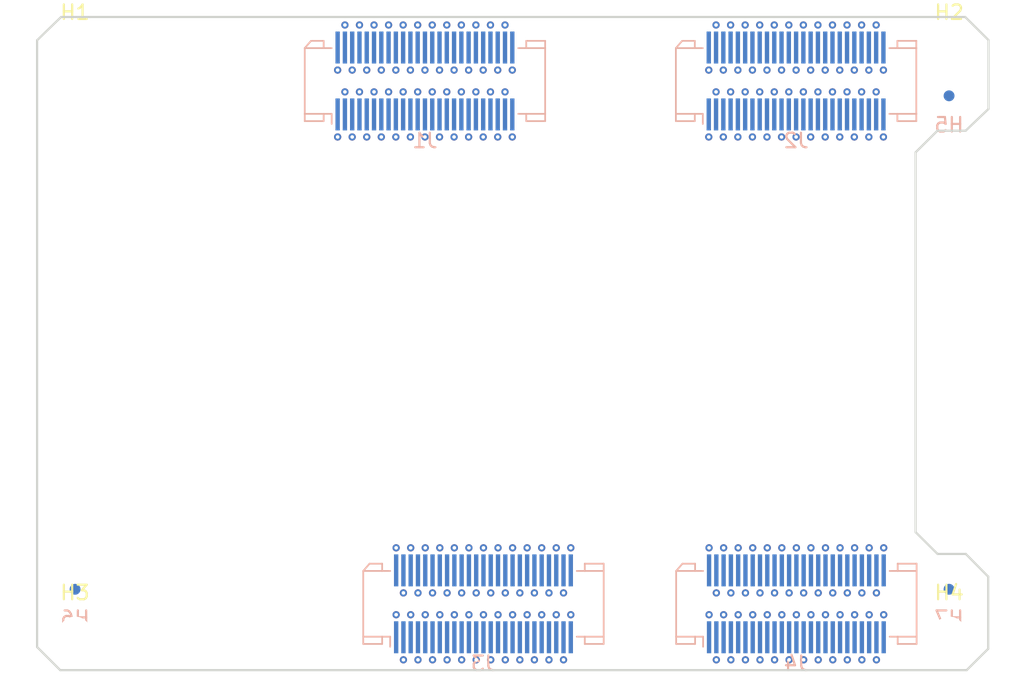
<source format=kicad_pcb>
(kicad_pcb (version 20171130) (host pcbnew 5.0.2-4.fc29)

  (general
    (thickness 1.6)
    (drawings 511)
    (tracks 200)
    (zones 0)
    (modules 11)
    (nets 1)
  )

  (page A4)
  (layers
    (0 F.Cu signal)
    (1 In1.Cu signal)
    (2 In2.Cu signal)
    (31 B.Cu signal)
    (32 B.Adhes user)
    (33 F.Adhes user)
    (34 B.Paste user)
    (35 F.Paste user)
    (36 B.SilkS user)
    (37 F.SilkS user)
    (38 B.Mask user)
    (39 F.Mask user)
    (40 Dwgs.User user)
    (41 Cmts.User user)
    (42 Eco1.User user)
    (43 Eco2.User user)
    (44 Edge.Cuts user)
    (45 Margin user)
    (46 B.CrtYd user)
    (47 F.CrtYd user)
    (48 B.Fab user)
    (49 F.Fab user)
  )

  (setup
    (last_trace_width 0.25)
    (trace_clearance 0.2)
    (zone_clearance 0.508)
    (zone_45_only no)
    (trace_min 0.2)
    (segment_width 0.2)
    (edge_width 0.15)
    (via_size 0.8)
    (via_drill 0.4)
    (via_min_size 0.4)
    (via_min_drill 0.3)
    (uvia_size 0.3)
    (uvia_drill 0.1)
    (uvias_allowed no)
    (uvia_min_size 0.2)
    (uvia_min_drill 0.1)
    (pcb_text_width 0.3)
    (pcb_text_size 1.5 1.5)
    (mod_edge_width 0.15)
    (mod_text_size 1 1)
    (mod_text_width 0.15)
    (pad_size 0.3 2.2)
    (pad_drill 0)
    (pad_to_mask_clearance 0.051)
    (solder_mask_min_width 0.25)
    (aux_axis_origin 0 0)
    (visible_elements FFFFFF7F)
    (pcbplotparams
      (layerselection 0x010fc_ffffffff)
      (usegerberextensions false)
      (usegerberattributes false)
      (usegerberadvancedattributes false)
      (creategerberjobfile false)
      (excludeedgelayer true)
      (linewidth 0.100000)
      (plotframeref false)
      (viasonmask false)
      (mode 1)
      (useauxorigin false)
      (hpglpennumber 1)
      (hpglpenspeed 20)
      (hpglpendiameter 15.000000)
      (psnegative false)
      (psa4output false)
      (plotreference true)
      (plotvalue true)
      (plotinvisibletext false)
      (padsonsilk false)
      (subtractmaskfromsilk false)
      (outputformat 1)
      (mirror false)
      (drillshape 1)
      (scaleselection 1)
      (outputdirectory "/home/joe/Desktop/test/"))
  )

  (net 0 "")

  (net_class Default "This is the default net class."
    (clearance 0.2)
    (trace_width 0.25)
    (via_dia 0.8)
    (via_drill 0.4)
    (uvia_dia 0.3)
    (uvia_drill 0.1)
  )

  (module 4UCON:4UCON_2x25_P0.50mm_Vertical (layer B.Cu) (tedit 5CE09E64) (tstamp 5CFB3304)
    (at 58.63 49.75)
    (path /5C65F665)
    (attr smd)
    (fp_text reference J1 (at 0 4.1) (layer B.SilkS)
      (effects (font (size 1 1) (thickness 0.15)) (justify mirror))
    )
    (fp_text value BANK_A (at 0 -4.1) (layer B.Fab)
      (effects (font (size 1 1) (thickness 0.15)) (justify mirror))
    )
    (fp_line (start -8.15 2.15) (end -8.15 -2.15) (layer B.Fab) (width 0.1))
    (fp_line (start -8.15 -2.15) (end 8.15 -2.15) (layer B.Fab) (width 0.1))
    (fp_line (start 8.15 -2.15) (end 8.15 2.15) (layer B.Fab) (width 0.1))
    (fp_line (start 8.15 2.15) (end -8.15 2.15) (layer B.Fab) (width 0.1))
    (fp_line (start -6.41 2.26) (end -6.41 2.95) (layer B.Fab) (width 0.1))
    (fp_line (start -6.41 -2.26) (end -8.26 -2.26) (layer B.SilkS) (width 0.12))
    (fp_line (start -8.26 -2.26) (end -8.26 2.26) (layer B.SilkS) (width 0.12))
    (fp_line (start -8.26 2.26) (end -6.41 2.26) (layer B.SilkS) (width 0.12))
    (fp_line (start -6.41 2.26) (end -6.41 2.95) (layer B.SilkS) (width 0.12))
    (fp_line (start 6.41 -2.26) (end 8.26 -2.26) (layer B.SilkS) (width 0.12))
    (fp_line (start 8.26 -2.26) (end 8.26 2.26) (layer B.SilkS) (width 0.12))
    (fp_line (start 8.26 2.26) (end 6.41 2.26) (layer B.SilkS) (width 0.12))
    (fp_line (start -8.26 2.26) (end -8.26 2.76) (layer B.SilkS) (width 0.12))
    (fp_line (start -8.26 2.76) (end -6.96 2.76) (layer B.SilkS) (width 0.12))
    (fp_line (start -6.96 2.76) (end -6.96 2.26) (layer B.SilkS) (width 0.12))
    (fp_line (start -8.26 -2.26) (end -7.826667 -2.76) (layer B.SilkS) (width 0.12))
    (fp_line (start -7.826667 -2.76) (end -6.96 -2.76) (layer B.SilkS) (width 0.12))
    (fp_line (start -6.96 -2.76) (end -6.96 -2.26) (layer B.SilkS) (width 0.12))
    (fp_line (start 8.26 2.26) (end 8.26 2.76) (layer B.SilkS) (width 0.12))
    (fp_line (start 8.26 2.76) (end 6.96 2.76) (layer B.SilkS) (width 0.12))
    (fp_line (start 6.96 2.76) (end 6.96 2.26) (layer B.SilkS) (width 0.12))
    (fp_line (start 8.26 -2.26) (end 8.26 -2.76) (layer B.SilkS) (width 0.12))
    (fp_line (start 8.26 -2.76) (end 6.96 -2.76) (layer B.SilkS) (width 0.12))
    (fp_line (start 6.96 -2.76) (end 6.96 -2.26) (layer B.SilkS) (width 0.12))
    (fp_line (start -8.65 3.4) (end -8.65 -3.4) (layer B.CrtYd) (width 0.05))
    (fp_line (start -8.65 -3.4) (end 8.65 -3.4) (layer B.CrtYd) (width 0.05))
    (fp_line (start 8.65 -3.4) (end 8.65 3.4) (layer B.CrtYd) (width 0.05))
    (fp_line (start 8.65 3.4) (end -8.65 3.4) (layer B.CrtYd) (width 0.05))
    (fp_text user %R (at 0 0) (layer B.Fab)
      (effects (font (size 1 1) (thickness 0.15)) (justify mirror))
    )
    (pad 50 smd rect (at -6 2.3) (size 0.3 2.2) (layers B.Cu B.Paste B.Mask))
    (pad 49 smd rect (at -5.5 2.3) (size 0.3 2.2) (layers B.Cu B.Paste B.Mask))
    (pad 48 smd rect (at -5 2.3) (size 0.3 2.2) (layers B.Cu B.Paste B.Mask))
    (pad 47 smd rect (at -4.5 2.3) (size 0.3 2.2) (layers B.Cu B.Paste B.Mask))
    (pad 46 smd rect (at -4 2.3) (size 0.3 2.2) (layers B.Cu B.Paste B.Mask))
    (pad 45 smd rect (at -3.5 2.3) (size 0.3 2.2) (layers B.Cu B.Paste B.Mask))
    (pad 44 smd rect (at -3 2.3) (size 0.3 2.2) (layers B.Cu B.Paste B.Mask))
    (pad 43 smd rect (at -2.5 2.3) (size 0.3 2.2) (layers B.Cu B.Paste B.Mask))
    (pad 42 smd rect (at -2 2.3) (size 0.3 2.2) (layers B.Cu B.Paste B.Mask))
    (pad 41 smd rect (at -1.5 2.3) (size 0.3 2.2) (layers B.Cu B.Paste B.Mask))
    (pad 40 smd rect (at -1 2.3) (size 0.3 2.2) (layers B.Cu B.Paste B.Mask))
    (pad 39 smd rect (at -0.5 2.3) (size 0.3 2.2) (layers B.Cu B.Paste B.Mask))
    (pad 38 smd rect (at 0 2.3) (size 0.3 2.2) (layers B.Cu B.Paste B.Mask))
    (pad 37 smd rect (at 0.5 2.3) (size 0.3 2.2) (layers B.Cu B.Paste B.Mask))
    (pad 36 smd rect (at 1 2.3) (size 0.3 2.2) (layers B.Cu B.Paste B.Mask))
    (pad 35 smd rect (at 1.5 2.3) (size 0.3 2.2) (layers B.Cu B.Paste B.Mask))
    (pad 34 smd rect (at 2 2.3) (size 0.3 2.2) (layers B.Cu B.Paste B.Mask))
    (pad 33 smd rect (at 2.5 2.3) (size 0.3 2.2) (layers B.Cu B.Paste B.Mask))
    (pad 32 smd rect (at 3 2.3) (size 0.3 2.2) (layers B.Cu B.Paste B.Mask))
    (pad 31 smd rect (at 3.5 2.3) (size 0.3 2.2) (layers B.Cu B.Paste B.Mask))
    (pad 30 smd rect (at 4 2.3) (size 0.3 2.2) (layers B.Cu B.Paste B.Mask))
    (pad 29 smd rect (at 4.5 2.3) (size 0.3 2.2) (layers B.Cu B.Paste B.Mask))
    (pad 28 smd rect (at 5 2.3) (size 0.3 2.2) (layers B.Cu B.Paste B.Mask))
    (pad 27 smd rect (at 5.5 2.3) (size 0.3 2.2) (layers B.Cu B.Paste B.Mask))
    (pad 26 smd rect (at 6 2.3) (size 0.3 2.2) (layers B.Cu B.Paste B.Mask))
    (pad 1 smd rect (at -6 -2.3) (size 0.3 2.2) (layers B.Cu B.Paste B.Mask))
    (pad 2 smd rect (at -5.5 -2.3) (size 0.3 2.2) (layers B.Cu B.Paste B.Mask))
    (pad 3 smd rect (at -5 -2.3) (size 0.3 2.2) (layers B.Cu B.Paste B.Mask))
    (pad 4 smd rect (at -4.5 -2.3) (size 0.3 2.2) (layers B.Cu B.Paste B.Mask))
    (pad 5 smd rect (at -4 -2.3) (size 0.3 2.2) (layers B.Cu B.Paste B.Mask))
    (pad 6 smd rect (at -3.5 -2.3) (size 0.3 2.2) (layers B.Cu B.Paste B.Mask))
    (pad 7 smd rect (at -3 -2.3) (size 0.3 2.2) (layers B.Cu B.Paste B.Mask))
    (pad 8 smd rect (at -2.5 -2.3) (size 0.3 2.2) (layers B.Cu B.Paste B.Mask))
    (pad 9 smd rect (at -2 -2.3) (size 0.3 2.2) (layers B.Cu B.Paste B.Mask))
    (pad 10 smd rect (at -1.5 -2.3) (size 0.3 2.2) (layers B.Cu B.Paste B.Mask))
    (pad 11 smd rect (at -1 -2.3) (size 0.3 2.2) (layers B.Cu B.Paste B.Mask))
    (pad 12 smd rect (at -0.5 -2.3) (size 0.3 2.2) (layers B.Cu B.Paste B.Mask))
    (pad 13 smd rect (at 0 -2.3) (size 0.3 2.2) (layers B.Cu B.Paste B.Mask))
    (pad 14 smd rect (at 0.5 -2.3) (size 0.3 2.2) (layers B.Cu B.Paste B.Mask))
    (pad 15 smd rect (at 1 -2.3) (size 0.3 2.2) (layers B.Cu B.Paste B.Mask))
    (pad 16 smd rect (at 1.5 -2.3) (size 0.3 2.2) (layers B.Cu B.Paste B.Mask))
    (pad 17 smd rect (at 2 -2.3) (size 0.3 2.2) (layers B.Cu B.Paste B.Mask))
    (pad 18 smd rect (at 2.5 -2.3) (size 0.3 2.2) (layers B.Cu B.Paste B.Mask))
    (pad 19 smd rect (at 3 -2.3) (size 0.3 2.2) (layers B.Cu B.Paste B.Mask))
    (pad 20 smd rect (at 3.5 -2.3) (size 0.3 2.2) (layers B.Cu B.Paste B.Mask))
    (pad 21 smd rect (at 4 -2.3) (size 0.3 2.2) (layers B.Cu B.Paste B.Mask))
    (pad 22 smd rect (at 4.5 -2.3) (size 0.3 2.2) (layers B.Cu B.Paste B.Mask))
    (pad 23 smd rect (at 5 -2.3) (size 0.3 2.2) (layers B.Cu B.Paste B.Mask))
    (pad 24 smd rect (at 5.5 -2.3) (size 0.3 2.2) (layers B.Cu B.Paste B.Mask))
    (pad 25 smd rect (at 6 -2.3) (size 0.3 2.2) (layers B.Cu B.Paste B.Mask))
  )

  (module 4UCON:4UCON_2x25_P0.50mm_Vertical (layer B.Cu) (tedit 5CE09E64) (tstamp 5D02D1AD)
    (at 84.13 49.75)
    (path /5C65F75A)
    (attr smd)
    (fp_text reference J2 (at 0 4.1) (layer B.SilkS)
      (effects (font (size 1 1) (thickness 0.15)) (justify mirror))
    )
    (fp_text value BANK_C (at 0 -4.1) (layer B.Fab)
      (effects (font (size 1 1) (thickness 0.15)) (justify mirror))
    )
    (fp_line (start -8.15 2.15) (end -8.15 -2.15) (layer B.Fab) (width 0.1))
    (fp_line (start -8.15 -2.15) (end 8.15 -2.15) (layer B.Fab) (width 0.1))
    (fp_line (start 8.15 -2.15) (end 8.15 2.15) (layer B.Fab) (width 0.1))
    (fp_line (start 8.15 2.15) (end -8.15 2.15) (layer B.Fab) (width 0.1))
    (fp_line (start -6.41 2.26) (end -6.41 2.95) (layer B.Fab) (width 0.1))
    (fp_line (start -6.41 -2.26) (end -8.26 -2.26) (layer B.SilkS) (width 0.12))
    (fp_line (start -8.26 -2.26) (end -8.26 2.26) (layer B.SilkS) (width 0.12))
    (fp_line (start -8.26 2.26) (end -6.41 2.26) (layer B.SilkS) (width 0.12))
    (fp_line (start -6.41 2.26) (end -6.41 2.95) (layer B.SilkS) (width 0.12))
    (fp_line (start 6.41 -2.26) (end 8.26 -2.26) (layer B.SilkS) (width 0.12))
    (fp_line (start 8.26 -2.26) (end 8.26 2.26) (layer B.SilkS) (width 0.12))
    (fp_line (start 8.26 2.26) (end 6.41 2.26) (layer B.SilkS) (width 0.12))
    (fp_line (start -8.26 2.26) (end -8.26 2.76) (layer B.SilkS) (width 0.12))
    (fp_line (start -8.26 2.76) (end -6.96 2.76) (layer B.SilkS) (width 0.12))
    (fp_line (start -6.96 2.76) (end -6.96 2.26) (layer B.SilkS) (width 0.12))
    (fp_line (start -8.26 -2.26) (end -7.826667 -2.76) (layer B.SilkS) (width 0.12))
    (fp_line (start -7.826667 -2.76) (end -6.96 -2.76) (layer B.SilkS) (width 0.12))
    (fp_line (start -6.96 -2.76) (end -6.96 -2.26) (layer B.SilkS) (width 0.12))
    (fp_line (start 8.26 2.26) (end 8.26 2.76) (layer B.SilkS) (width 0.12))
    (fp_line (start 8.26 2.76) (end 6.96 2.76) (layer B.SilkS) (width 0.12))
    (fp_line (start 6.96 2.76) (end 6.96 2.26) (layer B.SilkS) (width 0.12))
    (fp_line (start 8.26 -2.26) (end 8.26 -2.76) (layer B.SilkS) (width 0.12))
    (fp_line (start 8.26 -2.76) (end 6.96 -2.76) (layer B.SilkS) (width 0.12))
    (fp_line (start 6.96 -2.76) (end 6.96 -2.26) (layer B.SilkS) (width 0.12))
    (fp_line (start -8.65 3.4) (end -8.65 -3.4) (layer B.CrtYd) (width 0.05))
    (fp_line (start -8.65 -3.4) (end 8.65 -3.4) (layer B.CrtYd) (width 0.05))
    (fp_line (start 8.65 -3.4) (end 8.65 3.4) (layer B.CrtYd) (width 0.05))
    (fp_line (start 8.65 3.4) (end -8.65 3.4) (layer B.CrtYd) (width 0.05))
    (fp_text user %R (at 0 0) (layer B.Fab)
      (effects (font (size 1 1) (thickness 0.15)) (justify mirror))
    )
    (pad 50 smd rect (at -6 2.3) (size 0.3 2.2) (layers B.Cu B.Paste B.Mask))
    (pad 49 smd rect (at -5.5 2.3) (size 0.3 2.2) (layers B.Cu B.Paste B.Mask))
    (pad 48 smd rect (at -5 2.3) (size 0.3 2.2) (layers B.Cu B.Paste B.Mask))
    (pad 47 smd rect (at -4.5 2.3) (size 0.3 2.2) (layers B.Cu B.Paste B.Mask))
    (pad 46 smd rect (at -4 2.3) (size 0.3 2.2) (layers B.Cu B.Paste B.Mask))
    (pad 45 smd rect (at -3.5 2.3) (size 0.3 2.2) (layers B.Cu B.Paste B.Mask))
    (pad 44 smd rect (at -3 2.3) (size 0.3 2.2) (layers B.Cu B.Paste B.Mask))
    (pad 43 smd rect (at -2.5 2.3) (size 0.3 2.2) (layers B.Cu B.Paste B.Mask))
    (pad 42 smd rect (at -2 2.3) (size 0.3 2.2) (layers B.Cu B.Paste B.Mask))
    (pad 41 smd rect (at -1.5 2.3) (size 0.3 2.2) (layers B.Cu B.Paste B.Mask))
    (pad 40 smd rect (at -1 2.3) (size 0.3 2.2) (layers B.Cu B.Paste B.Mask))
    (pad 39 smd rect (at -0.5 2.3) (size 0.3 2.2) (layers B.Cu B.Paste B.Mask))
    (pad 38 smd rect (at 0 2.3) (size 0.3 2.2) (layers B.Cu B.Paste B.Mask))
    (pad 37 smd rect (at 0.5 2.3) (size 0.3 2.2) (layers B.Cu B.Paste B.Mask))
    (pad 36 smd rect (at 1 2.3) (size 0.3 2.2) (layers B.Cu B.Paste B.Mask))
    (pad 35 smd rect (at 1.5 2.3) (size 0.3 2.2) (layers B.Cu B.Paste B.Mask))
    (pad 34 smd rect (at 2 2.3) (size 0.3 2.2) (layers B.Cu B.Paste B.Mask))
    (pad 33 smd rect (at 2.5 2.3) (size 0.3 2.2) (layers B.Cu B.Paste B.Mask))
    (pad 32 smd rect (at 3 2.3) (size 0.3 2.2) (layers B.Cu B.Paste B.Mask))
    (pad 31 smd rect (at 3.5 2.3) (size 0.3 2.2) (layers B.Cu B.Paste B.Mask))
    (pad 30 smd rect (at 4 2.3) (size 0.3 2.2) (layers B.Cu B.Paste B.Mask))
    (pad 29 smd rect (at 4.5 2.3) (size 0.3 2.2) (layers B.Cu B.Paste B.Mask))
    (pad 28 smd rect (at 5 2.3) (size 0.3 2.2) (layers B.Cu B.Paste B.Mask))
    (pad 27 smd rect (at 5.5 2.3) (size 0.3 2.2) (layers B.Cu B.Paste B.Mask))
    (pad 26 smd rect (at 6 2.3) (size 0.3 2.2) (layers B.Cu B.Paste B.Mask))
    (pad 1 smd rect (at -6 -2.3) (size 0.3 2.2) (layers B.Cu B.Paste B.Mask))
    (pad 2 smd rect (at -5.5 -2.3) (size 0.3 2.2) (layers B.Cu B.Paste B.Mask))
    (pad 3 smd rect (at -5 -2.3) (size 0.3 2.2) (layers B.Cu B.Paste B.Mask))
    (pad 4 smd rect (at -4.5 -2.3) (size 0.3 2.2) (layers B.Cu B.Paste B.Mask))
    (pad 5 smd rect (at -4 -2.3) (size 0.3 2.2) (layers B.Cu B.Paste B.Mask))
    (pad 6 smd rect (at -3.5 -2.3) (size 0.3 2.2) (layers B.Cu B.Paste B.Mask))
    (pad 7 smd rect (at -3 -2.3) (size 0.3 2.2) (layers B.Cu B.Paste B.Mask))
    (pad 8 smd rect (at -2.5 -2.3) (size 0.3 2.2) (layers B.Cu B.Paste B.Mask))
    (pad 9 smd rect (at -2 -2.3) (size 0.3 2.2) (layers B.Cu B.Paste B.Mask))
    (pad 10 smd rect (at -1.5 -2.3) (size 0.3 2.2) (layers B.Cu B.Paste B.Mask))
    (pad 11 smd rect (at -1 -2.3) (size 0.3 2.2) (layers B.Cu B.Paste B.Mask))
    (pad 12 smd rect (at -0.5 -2.3) (size 0.3 2.2) (layers B.Cu B.Paste B.Mask))
    (pad 13 smd rect (at 0 -2.3) (size 0.3 2.2) (layers B.Cu B.Paste B.Mask))
    (pad 14 smd rect (at 0.5 -2.3) (size 0.3 2.2) (layers B.Cu B.Paste B.Mask))
    (pad 15 smd rect (at 1 -2.3) (size 0.3 2.2) (layers B.Cu B.Paste B.Mask))
    (pad 16 smd rect (at 1.5 -2.3) (size 0.3 2.2) (layers B.Cu B.Paste B.Mask))
    (pad 17 smd rect (at 2 -2.3) (size 0.3 2.2) (layers B.Cu B.Paste B.Mask))
    (pad 18 smd rect (at 2.5 -2.3) (size 0.3 2.2) (layers B.Cu B.Paste B.Mask))
    (pad 19 smd rect (at 3 -2.3) (size 0.3 2.2) (layers B.Cu B.Paste B.Mask))
    (pad 20 smd rect (at 3.5 -2.3) (size 0.3 2.2) (layers B.Cu B.Paste B.Mask))
    (pad 21 smd rect (at 4 -2.3) (size 0.3 2.2) (layers B.Cu B.Paste B.Mask))
    (pad 22 smd rect (at 4.5 -2.3) (size 0.3 2.2) (layers B.Cu B.Paste B.Mask))
    (pad 23 smd rect (at 5 -2.3) (size 0.3 2.2) (layers B.Cu B.Paste B.Mask))
    (pad 24 smd rect (at 5.5 -2.3) (size 0.3 2.2) (layers B.Cu B.Paste B.Mask))
    (pad 25 smd rect (at 6 -2.3) (size 0.3 2.2) (layers B.Cu B.Paste B.Mask))
  )

  (module 4UCON:4UCON_2x25_P0.50mm_Vertical (layer B.Cu) (tedit 5CE0BE24) (tstamp 5D0BA58E)
    (at 62.65 85.7)
    (path /5C65F6D6)
    (attr smd)
    (fp_text reference J3 (at 0 4.1) (layer B.SilkS)
      (effects (font (size 1 1) (thickness 0.15)) (justify mirror))
    )
    (fp_text value BANK_B (at 0 -4.1) (layer B.Fab)
      (effects (font (size 1 1) (thickness 0.15)) (justify mirror))
    )
    (fp_line (start -8.15 2.15) (end -8.15 -2.15) (layer B.Fab) (width 0.1))
    (fp_line (start -8.15 -2.15) (end 8.15 -2.15) (layer B.Fab) (width 0.1))
    (fp_line (start 8.15 -2.15) (end 8.15 2.15) (layer B.Fab) (width 0.1))
    (fp_line (start 8.15 2.15) (end -8.15 2.15) (layer B.Fab) (width 0.1))
    (fp_line (start -6.41 2.26) (end -6.41 2.95) (layer B.Fab) (width 0.1))
    (fp_line (start -6.41 -2.26) (end -8.26 -2.26) (layer B.SilkS) (width 0.12))
    (fp_line (start -8.26 -2.26) (end -8.26 2.26) (layer B.SilkS) (width 0.12))
    (fp_line (start -8.26 2.26) (end -6.41 2.26) (layer B.SilkS) (width 0.12))
    (fp_line (start -6.41 2.26) (end -6.41 2.95) (layer B.SilkS) (width 0.12))
    (fp_line (start 6.41 -2.26) (end 8.26 -2.26) (layer B.SilkS) (width 0.12))
    (fp_line (start 8.26 -2.26) (end 8.26 2.26) (layer B.SilkS) (width 0.12))
    (fp_line (start 8.26 2.26) (end 6.41 2.26) (layer B.SilkS) (width 0.12))
    (fp_line (start -8.26 2.26) (end -8.26 2.76) (layer B.SilkS) (width 0.12))
    (fp_line (start -8.26 2.76) (end -6.96 2.76) (layer B.SilkS) (width 0.12))
    (fp_line (start -6.96 2.76) (end -6.96 2.26) (layer B.SilkS) (width 0.12))
    (fp_line (start -8.26 -2.26) (end -7.826667 -2.76) (layer B.SilkS) (width 0.12))
    (fp_line (start -7.826667 -2.76) (end -6.96 -2.76) (layer B.SilkS) (width 0.12))
    (fp_line (start -6.96 -2.76) (end -6.96 -2.26) (layer B.SilkS) (width 0.12))
    (fp_line (start 8.26 2.26) (end 8.26 2.76) (layer B.SilkS) (width 0.12))
    (fp_line (start 8.26 2.76) (end 6.96 2.76) (layer B.SilkS) (width 0.12))
    (fp_line (start 6.96 2.76) (end 6.96 2.26) (layer B.SilkS) (width 0.12))
    (fp_line (start 8.26 -2.26) (end 8.26 -2.76) (layer B.SilkS) (width 0.12))
    (fp_line (start 8.26 -2.76) (end 6.96 -2.76) (layer B.SilkS) (width 0.12))
    (fp_line (start 6.96 -2.76) (end 6.96 -2.26) (layer B.SilkS) (width 0.12))
    (fp_line (start -8.65 3.4) (end -8.65 -3.4) (layer B.CrtYd) (width 0.05))
    (fp_line (start -8.65 -3.4) (end 8.65 -3.4) (layer B.CrtYd) (width 0.05))
    (fp_line (start 8.65 -3.4) (end 8.65 3.4) (layer B.CrtYd) (width 0.05))
    (fp_line (start 8.65 3.4) (end -8.65 3.4) (layer B.CrtYd) (width 0.05))
    (fp_text user %R (at 0 0) (layer B.Fab)
      (effects (font (size 1 1) (thickness 0.15)) (justify mirror))
    )
    (pad 50 smd rect (at -6 2.3) (size 0.3 2.2) (layers B.Cu B.Paste B.Mask))
    (pad 49 smd rect (at -5.5 2.3) (size 0.3 2.2) (layers B.Cu B.Paste B.Mask))
    (pad 48 smd rect (at -5 2.3) (size 0.3 2.2) (layers B.Cu B.Paste B.Mask))
    (pad 47 smd rect (at -4.5 2.3) (size 0.3 2.2) (layers B.Cu B.Paste B.Mask))
    (pad 46 smd rect (at -4 2.3) (size 0.3 2.2) (layers B.Cu B.Paste B.Mask))
    (pad 45 smd rect (at -3.5 2.3) (size 0.3 2.2) (layers B.Cu B.Paste B.Mask))
    (pad 44 smd rect (at -3 2.3) (size 0.3 2.2) (layers B.Cu B.Paste B.Mask))
    (pad 43 smd rect (at -2.5 2.3) (size 0.3 2.2) (layers B.Cu B.Paste B.Mask))
    (pad 42 smd rect (at -2 2.3) (size 0.3 2.2) (layers B.Cu B.Paste B.Mask))
    (pad 41 smd rect (at -1.5 2.3) (size 0.3 2.2) (layers B.Cu B.Paste B.Mask))
    (pad 40 smd rect (at -1 2.3) (size 0.3 2.2) (layers B.Cu B.Paste B.Mask))
    (pad 39 smd rect (at -0.5 2.3) (size 0.3 2.2) (layers B.Cu B.Paste B.Mask))
    (pad 38 smd rect (at 0 2.3) (size 0.3 2.2) (layers B.Cu B.Paste B.Mask))
    (pad 37 smd rect (at 0.5 2.3) (size 0.3 2.2) (layers B.Cu B.Paste B.Mask))
    (pad 36 smd rect (at 1 2.3) (size 0.3 2.2) (layers B.Cu B.Paste B.Mask))
    (pad 35 smd rect (at 1.5 2.3) (size 0.3 2.2) (layers B.Cu B.Paste B.Mask))
    (pad 34 smd rect (at 2 2.3) (size 0.3 2.2) (layers B.Cu B.Paste B.Mask))
    (pad 33 smd rect (at 2.5 2.3) (size 0.3 2.2) (layers B.Cu B.Paste B.Mask))
    (pad 32 smd rect (at 3 2.3) (size 0.3 2.2) (layers B.Cu B.Paste B.Mask))
    (pad 31 smd rect (at 3.5 2.3) (size 0.3 2.2) (layers B.Cu B.Paste B.Mask))
    (pad 30 smd rect (at 4 2.3) (size 0.3 2.2) (layers B.Cu B.Paste B.Mask))
    (pad 29 smd rect (at 4.5 2.3) (size 0.3 2.2) (layers B.Cu B.Paste B.Mask))
    (pad 28 smd rect (at 5 2.3) (size 0.3 2.2) (layers B.Cu B.Paste B.Mask))
    (pad 27 smd rect (at 5.5 2.3) (size 0.3 2.2) (layers B.Cu B.Paste B.Mask))
    (pad 26 smd rect (at 6 2.3) (size 0.3 2.2) (layers B.Cu B.Paste B.Mask))
    (pad 1 smd rect (at -6 -2.3) (size 0.3 2.2) (layers B.Cu B.Paste B.Mask))
    (pad 2 smd rect (at -5.5 -2.3) (size 0.3 2.2) (layers B.Cu B.Paste B.Mask))
    (pad 3 smd rect (at -5 -2.3) (size 0.3 2.2) (layers B.Cu B.Paste B.Mask))
    (pad 4 smd rect (at -4.5 -2.3) (size 0.3 2.2) (layers B.Cu B.Paste B.Mask))
    (pad 5 smd rect (at -4 -2.3) (size 0.3 2.2) (layers B.Cu B.Paste B.Mask))
    (pad 6 smd rect (at -3.5 -2.3) (size 0.3 2.2) (layers B.Cu B.Paste B.Mask))
    (pad 7 smd rect (at -3 -2.3) (size 0.3 2.2) (layers B.Cu B.Paste B.Mask))
    (pad 8 smd rect (at -2.5 -2.3) (size 0.3 2.2) (layers B.Cu B.Paste B.Mask))
    (pad 9 smd rect (at -2 -2.3) (size 0.3 2.2) (layers B.Cu B.Paste B.Mask))
    (pad 10 smd rect (at -1.5 -2.3) (size 0.3 2.2) (layers B.Cu B.Paste B.Mask))
    (pad 11 smd rect (at -1 -2.3) (size 0.3 2.2) (layers B.Cu B.Paste B.Mask))
    (pad 12 smd rect (at -0.5 -2.3) (size 0.3 2.2) (layers B.Cu B.Paste B.Mask))
    (pad 13 smd rect (at 0 -2.3) (size 0.3 2.2) (layers B.Cu B.Paste B.Mask))
    (pad 14 smd rect (at 0.5 -2.3) (size 0.3 2.2) (layers B.Cu B.Paste B.Mask))
    (pad 15 smd rect (at 1 -2.3) (size 0.3 2.2) (layers B.Cu B.Paste B.Mask))
    (pad 16 smd rect (at 1.5 -2.3) (size 0.3 2.2) (layers B.Cu B.Paste B.Mask))
    (pad 17 smd rect (at 2 -2.3) (size 0.3 2.2) (layers B.Cu B.Paste B.Mask))
    (pad 18 smd rect (at 2.5 -2.3) (size 0.3 2.2) (layers B.Cu B.Paste B.Mask))
    (pad 19 smd rect (at 3 -2.3) (size 0.3 2.2) (layers B.Cu B.Paste B.Mask))
    (pad 20 smd rect (at 3.5 -2.3) (size 0.3 2.2) (layers B.Cu B.Paste B.Mask))
    (pad 21 smd rect (at 4 -2.3) (size 0.3 2.2) (layers B.Cu B.Paste B.Mask))
    (pad 22 smd rect (at 4.5 -2.3) (size 0.3 2.2) (layers B.Cu B.Paste B.Mask))
    (pad 23 smd rect (at 5 -2.3) (size 0.3 2.2) (layers B.Cu B.Paste B.Mask))
    (pad 24 smd rect (at 5.5 -2.3) (size 0.3 2.2) (layers B.Cu B.Paste B.Mask))
    (pad 25 smd rect (at 6 -2.3) (size 0.3 2.2) (layers B.Cu B.Paste B.Mask))
  )

  (module 4UCON:4UCON_2x25_P0.50mm_Vertical (layer B.Cu) (tedit 5CE09E64) (tstamp 5D0BA7C8)
    (at 84.15 85.7)
    (path /5C65F7B9)
    (attr smd)
    (fp_text reference J4 (at 0 4.1) (layer B.SilkS)
      (effects (font (size 1 1) (thickness 0.15)) (justify mirror))
    )
    (fp_text value BANK_D (at 0 -4.1) (layer B.Fab)
      (effects (font (size 1 1) (thickness 0.15)) (justify mirror))
    )
    (fp_line (start -8.15 2.15) (end -8.15 -2.15) (layer B.Fab) (width 0.1))
    (fp_line (start -8.15 -2.15) (end 8.15 -2.15) (layer B.Fab) (width 0.1))
    (fp_line (start 8.15 -2.15) (end 8.15 2.15) (layer B.Fab) (width 0.1))
    (fp_line (start 8.15 2.15) (end -8.15 2.15) (layer B.Fab) (width 0.1))
    (fp_line (start -6.41 2.26) (end -6.41 2.95) (layer B.Fab) (width 0.1))
    (fp_line (start -6.41 -2.26) (end -8.26 -2.26) (layer B.SilkS) (width 0.12))
    (fp_line (start -8.26 -2.26) (end -8.26 2.26) (layer B.SilkS) (width 0.12))
    (fp_line (start -8.26 2.26) (end -6.41 2.26) (layer B.SilkS) (width 0.12))
    (fp_line (start -6.41 2.26) (end -6.41 2.95) (layer B.SilkS) (width 0.12))
    (fp_line (start 6.41 -2.26) (end 8.26 -2.26) (layer B.SilkS) (width 0.12))
    (fp_line (start 8.26 -2.26) (end 8.26 2.26) (layer B.SilkS) (width 0.12))
    (fp_line (start 8.26 2.26) (end 6.41 2.26) (layer B.SilkS) (width 0.12))
    (fp_line (start -8.26 2.26) (end -8.26 2.76) (layer B.SilkS) (width 0.12))
    (fp_line (start -8.26 2.76) (end -6.96 2.76) (layer B.SilkS) (width 0.12))
    (fp_line (start -6.96 2.76) (end -6.96 2.26) (layer B.SilkS) (width 0.12))
    (fp_line (start -8.26 -2.26) (end -7.826667 -2.76) (layer B.SilkS) (width 0.12))
    (fp_line (start -7.826667 -2.76) (end -6.96 -2.76) (layer B.SilkS) (width 0.12))
    (fp_line (start -6.96 -2.76) (end -6.96 -2.26) (layer B.SilkS) (width 0.12))
    (fp_line (start 8.26 2.26) (end 8.26 2.76) (layer B.SilkS) (width 0.12))
    (fp_line (start 8.26 2.76) (end 6.96 2.76) (layer B.SilkS) (width 0.12))
    (fp_line (start 6.96 2.76) (end 6.96 2.26) (layer B.SilkS) (width 0.12))
    (fp_line (start 8.26 -2.26) (end 8.26 -2.76) (layer B.SilkS) (width 0.12))
    (fp_line (start 8.26 -2.76) (end 6.96 -2.76) (layer B.SilkS) (width 0.12))
    (fp_line (start 6.96 -2.76) (end 6.96 -2.26) (layer B.SilkS) (width 0.12))
    (fp_line (start -8.65 3.4) (end -8.65 -3.4) (layer B.CrtYd) (width 0.05))
    (fp_line (start -8.65 -3.4) (end 8.65 -3.4) (layer B.CrtYd) (width 0.05))
    (fp_line (start 8.65 -3.4) (end 8.65 3.4) (layer B.CrtYd) (width 0.05))
    (fp_line (start 8.65 3.4) (end -8.65 3.4) (layer B.CrtYd) (width 0.05))
    (fp_text user %R (at 0 0) (layer B.Fab)
      (effects (font (size 1 1) (thickness 0.15)) (justify mirror))
    )
    (pad 50 smd rect (at -6 2.3) (size 0.3 2.2) (layers B.Cu B.Paste B.Mask))
    (pad 49 smd rect (at -5.5 2.3) (size 0.3 2.2) (layers B.Cu B.Paste B.Mask))
    (pad 48 smd rect (at -5 2.3) (size 0.3 2.2) (layers B.Cu B.Paste B.Mask))
    (pad 47 smd rect (at -4.5 2.3) (size 0.3 2.2) (layers B.Cu B.Paste B.Mask))
    (pad 46 smd rect (at -4 2.3) (size 0.3 2.2) (layers B.Cu B.Paste B.Mask))
    (pad 45 smd rect (at -3.5 2.3) (size 0.3 2.2) (layers B.Cu B.Paste B.Mask))
    (pad 44 smd rect (at -3 2.3) (size 0.3 2.2) (layers B.Cu B.Paste B.Mask))
    (pad 43 smd rect (at -2.5 2.3) (size 0.3 2.2) (layers B.Cu B.Paste B.Mask))
    (pad 42 smd rect (at -2 2.3) (size 0.3 2.2) (layers B.Cu B.Paste B.Mask))
    (pad 41 smd rect (at -1.5 2.3) (size 0.3 2.2) (layers B.Cu B.Paste B.Mask))
    (pad 40 smd rect (at -1 2.3) (size 0.3 2.2) (layers B.Cu B.Paste B.Mask))
    (pad 39 smd rect (at -0.5 2.3) (size 0.3 2.2) (layers B.Cu B.Paste B.Mask))
    (pad 38 smd rect (at 0 2.3) (size 0.3 2.2) (layers B.Cu B.Paste B.Mask))
    (pad 37 smd rect (at 0.5 2.3) (size 0.3 2.2) (layers B.Cu B.Paste B.Mask))
    (pad 36 smd rect (at 1 2.3) (size 0.3 2.2) (layers B.Cu B.Paste B.Mask))
    (pad 35 smd rect (at 1.5 2.3) (size 0.3 2.2) (layers B.Cu B.Paste B.Mask))
    (pad 34 smd rect (at 2 2.3) (size 0.3 2.2) (layers B.Cu B.Paste B.Mask))
    (pad 33 smd rect (at 2.5 2.3) (size 0.3 2.2) (layers B.Cu B.Paste B.Mask))
    (pad 32 smd rect (at 3 2.3) (size 0.3 2.2) (layers B.Cu B.Paste B.Mask))
    (pad 31 smd rect (at 3.5 2.3) (size 0.3 2.2) (layers B.Cu B.Paste B.Mask))
    (pad 30 smd rect (at 4 2.3) (size 0.3 2.2) (layers B.Cu B.Paste B.Mask))
    (pad 29 smd rect (at 4.5 2.3) (size 0.3 2.2) (layers B.Cu B.Paste B.Mask))
    (pad 28 smd rect (at 5 2.3) (size 0.3 2.2) (layers B.Cu B.Paste B.Mask))
    (pad 27 smd rect (at 5.5 2.3) (size 0.3 2.2) (layers B.Cu B.Paste B.Mask))
    (pad 26 smd rect (at 6 2.3) (size 0.3 2.2) (layers B.Cu B.Paste B.Mask))
    (pad 1 smd rect (at -6 -2.3) (size 0.3 2.2) (layers B.Cu B.Paste B.Mask))
    (pad 2 smd rect (at -5.5 -2.3) (size 0.3 2.2) (layers B.Cu B.Paste B.Mask))
    (pad 3 smd rect (at -5 -2.3) (size 0.3 2.2) (layers B.Cu B.Paste B.Mask))
    (pad 4 smd rect (at -4.5 -2.3) (size 0.3 2.2) (layers B.Cu B.Paste B.Mask))
    (pad 5 smd rect (at -4 -2.3) (size 0.3 2.2) (layers B.Cu B.Paste B.Mask))
    (pad 6 smd rect (at -3.5 -2.3) (size 0.3 2.2) (layers B.Cu B.Paste B.Mask))
    (pad 7 smd rect (at -3 -2.3) (size 0.3 2.2) (layers B.Cu B.Paste B.Mask))
    (pad 8 smd rect (at -2.5 -2.3) (size 0.3 2.2) (layers B.Cu B.Paste B.Mask))
    (pad 9 smd rect (at -2 -2.3) (size 0.3 2.2) (layers B.Cu B.Paste B.Mask))
    (pad 10 smd rect (at -1.5 -2.3) (size 0.3 2.2) (layers B.Cu B.Paste B.Mask))
    (pad 11 smd rect (at -1 -2.3) (size 0.3 2.2) (layers B.Cu B.Paste B.Mask))
    (pad 12 smd rect (at -0.5 -2.3) (size 0.3 2.2) (layers B.Cu B.Paste B.Mask))
    (pad 13 smd rect (at 0 -2.3) (size 0.3 2.2) (layers B.Cu B.Paste B.Mask))
    (pad 14 smd rect (at 0.5 -2.3) (size 0.3 2.2) (layers B.Cu B.Paste B.Mask))
    (pad 15 smd rect (at 1 -2.3) (size 0.3 2.2) (layers B.Cu B.Paste B.Mask))
    (pad 16 smd rect (at 1.5 -2.3) (size 0.3 2.2) (layers B.Cu B.Paste B.Mask))
    (pad 17 smd rect (at 2 -2.3) (size 0.3 2.2) (layers B.Cu B.Paste B.Mask))
    (pad 18 smd rect (at 2.5 -2.3) (size 0.3 2.2) (layers B.Cu B.Paste B.Mask))
    (pad 19 smd rect (at 3 -2.3) (size 0.3 2.2) (layers B.Cu B.Paste B.Mask))
    (pad 20 smd rect (at 3.5 -2.3) (size 0.3 2.2) (layers B.Cu B.Paste B.Mask))
    (pad 21 smd rect (at 4 -2.3) (size 0.3 2.2) (layers B.Cu B.Paste B.Mask))
    (pad 22 smd rect (at 4.5 -2.3) (size 0.3 2.2) (layers B.Cu B.Paste B.Mask))
    (pad 23 smd rect (at 5 -2.3) (size 0.3 2.2) (layers B.Cu B.Paste B.Mask))
    (pad 24 smd rect (at 5.5 -2.3) (size 0.3 2.2) (layers B.Cu B.Paste B.Mask))
    (pad 25 smd rect (at 6 -2.3) (size 0.3 2.2) (layers B.Cu B.Paste B.Mask))
  )

  (module MountingHole:MountingHole_2.2mm_M2_ISO7380 (layer F.Cu) (tedit 56D1B4CB) (tstamp 5CFFE18E)
    (at 34.58 87.68)
    (descr "Mounting Hole 2.2mm, no annular, M2, ISO7380")
    (tags "mounting hole 2.2mm no annular m2 iso7380")
    (path /5CE094FD)
    (attr virtual)
    (fp_text reference H3 (at 0 -2.75) (layer F.SilkS)
      (effects (font (size 1 1) (thickness 0.15)))
    )
    (fp_text value MountingHole (at 0 2.75) (layer F.Fab)
      (effects (font (size 1 1) (thickness 0.15)))
    )
    (fp_circle (center 0 0) (end 2 0) (layer F.CrtYd) (width 0.05))
    (fp_circle (center 0 0) (end 1.75 0) (layer Cmts.User) (width 0.15))
    (fp_text user %R (at 0.3 0) (layer F.Fab)
      (effects (font (size 1 1) (thickness 0.15)))
    )
    (pad 1 np_thru_hole circle (at 0 0) (size 2.2 2.2) (drill 2.2) (layers *.Cu *.Mask))
  )

  (module MountingHole:MountingHole_2.2mm_M2_ISO7380 (layer F.Cu) (tedit 56D1B4CB) (tstamp 5D01E29E)
    (at 34.58 47.78)
    (descr "Mounting Hole 2.2mm, no annular, M2, ISO7380")
    (tags "mounting hole 2.2mm no annular m2 iso7380")
    (path /5CE09468)
    (attr virtual)
    (fp_text reference H1 (at 0 -2.75) (layer F.SilkS)
      (effects (font (size 1 1) (thickness 0.15)))
    )
    (fp_text value MountingHole (at 0 2.75) (layer F.Fab)
      (effects (font (size 1 1) (thickness 0.15)))
    )
    (fp_circle (center 0 0) (end 2 0) (layer F.CrtYd) (width 0.05))
    (fp_circle (center 0 0) (end 1.75 0) (layer Cmts.User) (width 0.15))
    (fp_text user %R (at 0.3 0) (layer F.Fab)
      (effects (font (size 1 1) (thickness 0.15)))
    )
    (pad 1 np_thru_hole circle (at 0 0) (size 2.2 2.2) (drill 2.2) (layers *.Cu *.Mask))
  )

  (module MountingHole:MountingHole_2.2mm_M2_ISO7380 (layer F.Cu) (tedit 56D1B4CB) (tstamp 5D01E2A5)
    (at 94.65 47.78)
    (descr "Mounting Hole 2.2mm, no annular, M2, ISO7380")
    (tags "mounting hole 2.2mm no annular m2 iso7380")
    (path /5CE094DB)
    (attr virtual)
    (fp_text reference H2 (at 0 -2.75) (layer F.SilkS)
      (effects (font (size 1 1) (thickness 0.15)))
    )
    (fp_text value MountingHole (at 0 2.75) (layer F.Fab)
      (effects (font (size 1 1) (thickness 0.15)))
    )
    (fp_circle (center 0 0) (end 2 0) (layer F.CrtYd) (width 0.05))
    (fp_circle (center 0 0) (end 1.75 0) (layer Cmts.User) (width 0.15))
    (fp_text user %R (at 0.3 0) (layer F.Fab)
      (effects (font (size 1 1) (thickness 0.15)))
    )
    (pad 1 np_thru_hole circle (at 0 0) (size 2.2 2.2) (drill 2.2) (layers *.Cu *.Mask))
  )

  (module MountingHole:MountingHole_2.2mm_M2_ISO7380 (layer F.Cu) (tedit 56D1B4CB) (tstamp 5D01E2AC)
    (at 94.65 87.68)
    (descr "Mounting Hole 2.2mm, no annular, M2, ISO7380")
    (tags "mounting hole 2.2mm no annular m2 iso7380")
    (path /5CE09523)
    (attr virtual)
    (fp_text reference H4 (at 0 -2.75) (layer F.SilkS)
      (effects (font (size 1 1) (thickness 0.15)))
    )
    (fp_text value MountingHole (at 0 2.75) (layer F.Fab)
      (effects (font (size 1 1) (thickness 0.15)))
    )
    (fp_circle (center 0 0) (end 2 0) (layer F.CrtYd) (width 0.05))
    (fp_circle (center 0 0) (end 1.75 0) (layer Cmts.User) (width 0.15))
    (fp_text user %R (at 0.3 0) (layer F.Fab)
      (effects (font (size 1 1) (thickness 0.15)))
    )
    (pad 1 np_thru_hole circle (at 0 0) (size 2.2 2.2) (drill 2.2) (layers *.Cu *.Mask))
  )

  (module Fiducial:Fiducial_0.75mm_Dia_1.5mm_Outer (layer B.Cu) (tedit 59FE0228) (tstamp 5D0B7A21)
    (at 94.64 50.77)
    (descr "Circular Fiducial, 0.75mm bare copper top, 1.5mm keepout (Level B)")
    (tags fiducial)
    (path /5CE0B7F9)
    (attr smd)
    (fp_text reference H5 (at 0 2) (layer B.SilkS)
      (effects (font (size 1 1) (thickness 0.15)) (justify mirror))
    )
    (fp_text value MountingHole (at 0 -2) (layer B.Fab)
      (effects (font (size 1 1) (thickness 0.15)) (justify mirror))
    )
    (fp_circle (center 0 0) (end 0.75 0) (layer B.Fab) (width 0.1))
    (fp_text user %R (at 0 0) (layer B.Fab)
      (effects (font (size 0.3 0.3) (thickness 0.05)) (justify mirror))
    )
    (fp_circle (center 0 0) (end 1 0) (layer B.CrtYd) (width 0.05))
    (pad "" smd circle (at 0 0) (size 0.75 0.75) (layers B.Cu B.Mask)
      (solder_mask_margin 0.375) (clearance 0.375))
  )

  (module Fiducial:Fiducial_0.75mm_Dia_1.5mm_Outer (layer B.Cu) (tedit 59FE0228) (tstamp 5D0B7A28)
    (at 34.59 84.7)
    (descr "Circular Fiducial, 0.75mm bare copper top, 1.5mm keepout (Level B)")
    (tags fiducial)
    (path /5CE0B7FF)
    (attr smd)
    (fp_text reference H6 (at 0 2) (layer B.SilkS)
      (effects (font (size 1 1) (thickness 0.15)) (justify mirror))
    )
    (fp_text value MountingHole (at 0 -2) (layer B.Fab)
      (effects (font (size 1 1) (thickness 0.15)) (justify mirror))
    )
    (fp_circle (center 0 0) (end 1 0) (layer B.CrtYd) (width 0.05))
    (fp_text user %R (at 0 0) (layer B.Fab)
      (effects (font (size 0.3 0.3) (thickness 0.05)) (justify mirror))
    )
    (fp_circle (center 0 0) (end 0.75 0) (layer B.Fab) (width 0.1))
    (pad "" smd circle (at 0 0) (size 0.75 0.75) (layers B.Cu B.Mask)
      (solder_mask_margin 0.375) (clearance 0.375))
  )

  (module Fiducial:Fiducial_0.75mm_Dia_1.5mm_Outer (layer B.Cu) (tedit 59FE0228) (tstamp 5D0B7A2F)
    (at 94.64 84.7)
    (descr "Circular Fiducial, 0.75mm bare copper top, 1.5mm keepout (Level B)")
    (tags fiducial)
    (path /5CE0B805)
    (attr smd)
    (fp_text reference H7 (at 0 2) (layer B.SilkS)
      (effects (font (size 1 1) (thickness 0.15)) (justify mirror))
    )
    (fp_text value MountingHole (at 0 -2) (layer B.Fab)
      (effects (font (size 1 1) (thickness 0.15)) (justify mirror))
    )
    (fp_circle (center 0 0) (end 0.75 0) (layer B.Fab) (width 0.1))
    (fp_text user %R (at 0 0) (layer B.Fab)
      (effects (font (size 0.3 0.3) (thickness 0.05)) (justify mirror))
    )
    (fp_circle (center 0 0) (end 1 0) (layer B.CrtYd) (width 0.05))
    (pad "" smd circle (at 0 0) (size 0.75 0.75) (layers B.Cu B.Mask)
      (solder_mask_margin 0.375) (clearance 0.375))
  )

  (gr_line (start 51.869304 48.129148) (end 51.983612 48.210372) (layer Dwgs.User) (width 0.2))
  (gr_line (start 33.700988 46.920592) (end 34.015427 46.687041) (layer Dwgs.User) (width 0.2))
  (gr_line (start 52.071508 48.729883) (end 51.990284 48.84419) (layer Dwgs.User) (width 0.2))
  (gr_line (start 94.435511 46.54757) (end 94.827176 46.543448) (layer Dwgs.User) (width 0.2))
  (gr_line (start 35.471369 46.901956) (end 35.704919 47.216397) (layer Dwgs.User) (width 0.2))
  (gr_line (start 95.118897 51.2416) (end 94.951402 51.366006) (layer Dwgs.User) (width 0.2))
  (gr_line (start 91.044423 50.586263) (end 91.184644 50.584787) (layer Dwgs.User) (width 0.2))
  (gr_line (start 56.403502 88.97997) (end 56.403502 82.379971) (layer Dwgs.User) (width 0.2) (tstamp 5D0BA53A))
  (gr_line (start 65.934221 51.317449) (end 65.821648 51.401063) (layer Dwgs.User) (width 0.2))
  (gr_line (start 65.172054 48.582984) (end 65.170578 48.442764) (layer Dwgs.User) (width 0.2))
  (gr_line (start 94.539938 84.042059) (end 94.748568 84.039865) (layer Dwgs.User) (width 0.2))
  (gr_line (start 65.688745 51.445798) (end 65.548525 51.447274) (layer Dwgs.User) (width 0.2))
  (gr_line (start 91.561115 50.953414) (end 91.562591 51.093635) (layer Dwgs.User) (width 0.2))
  (gr_line (start 69.812609 84.050164) (end 69.926919 84.131391) (layer Dwgs.User) (width 0.2) (tstamp 5D0BA633))
  (gr_line (start 69.678797 84.008239) (end 69.812609 84.050164) (layer Dwgs.User) (width 0.2) (tstamp 5D0BA636))
  (gr_line (start 76.776607 50.821167) (end 76.857833 50.706857) (layer Dwgs.User) (width 0.2))
  (gr_line (start 90.672779 86.864309) (end 90.714706 86.730497) (layer Dwgs.User) (width 0.2) (tstamp 5D0BA639))
  (gr_line (start 90.674254 87.00453) (end 90.672779 86.864309) (layer Dwgs.User) (width 0.2) (tstamp 5D0BA63C))
  (gr_line (start 90.408409 82.379971) (end 90.408409 88.979969) (layer Dwgs.User) (width 0.2) (tstamp 5D0BA63F))
  (gr_line (start 77.371307 84.038328) (end 77.485614 84.119555) (layer Dwgs.User) (width 0.2) (tstamp 5D0BA645))
  (gr_line (start 77.237492 83.996403) (end 77.371307 84.038328) (layer Dwgs.User) (width 0.2) (tstamp 5D0BA648))
  (gr_line (start 95.302132 50.872426) (end 95.23975 51.071524) (layer Dwgs.User) (width 0.2))
  (gr_line (start 55.27871 87.147275) (end 55.233975 87.014372) (layer Dwgs.User) (width 0.2) (tstamp 5D0BA64B))
  (gr_line (start 55.362324 87.259848) (end 55.27871 87.147275) (layer Dwgs.User) (width 0.2) (tstamp 5D0BA64E))
  (gr_line (start 95.765359 87.089675) (end 95.890309 87.460896) (layer Dwgs.User) (width 0.2))
  (gr_line (start 51.226642 48.465167) (end 51.268569 48.331354) (layer Dwgs.User) (width 0.2))
  (gr_line (start 90.402973 46.472605) (end 90.402973 53.0726) (layer Dwgs.User) (width 0.2))
  (gr_line (start 95.248521 84.996065) (end 95.127668 85.16614) (layer Dwgs.User) (width 0.2))
  (gr_line (start 77.252849 51.462351) (end 77.112628 51.463829) (layer Dwgs.User) (width 0.2))
  (gr_line (start 94.05145 51.084031) (end 93.98489 50.886292) (layer Dwgs.User) (width 0.2))
  (gr_line (start 51.604588 51.469671) (end 51.470773 51.427746) (layer Dwgs.User) (width 0.2))
  (gr_line (start 35.693228 87.09552) (end 35.81818 87.466741) (layer Dwgs.User) (width 0.2))
  (gr_line (start 65.212506 48.308949) (end 65.29373 48.194642) (layer Dwgs.User) (width 0.2))
  (gr_line (start 90.722006 48.740195) (end 90.677272 48.607292) (layer Dwgs.User) (width 0.2))
  (gr_line (start 33.719624 48.690972) (end 33.486074 48.376533) (layer Dwgs.User) (width 0.2))
  (gr_line (start 65.539205 50.561955) (end 65.679426 50.560479) (layer Dwgs.User) (width 0.2))
  (gr_line (start 90.805621 48.852768) (end 90.722006 48.740195) (layer Dwgs.User) (width 0.2))
  (gr_line (start 94.333426 50.18408) (end 94.531164 50.117519) (layer Dwgs.User) (width 0.2))
  (gr_line (start 77.103309 50.578511) (end 77.24353 50.577032) (layer Dwgs.User) (width 0.2))
  (gr_line (start 93.522973 47.225358) (end 93.749851 46.906073) (layer Dwgs.User) (width 0.2))
  (gr_line (start 94.54503 51.434762) (end 94.345933 51.372382) (layer Dwgs.User) (width 0.2))
  (gr_line (start 33.474385 88.255656) (end 33.349432 87.884436) (layer Dwgs.User) (width 0.2))
  (gr_line (start 52.071508 51.225539) (end 51.990284 51.339847) (layer Dwgs.User) (width 0.2))
  (gr_line (start 95.75378 47.201876) (end 95.878732 47.573097) (layer Dwgs.User) (width 0.2))
  (gr_line (start 91.053743 48.975919) (end 90.919928 48.933994) (layer Dwgs.User) (width 0.2))
  (gr_line (start 65.821648 48.905402) (end 65.688745 48.950136) (layer Dwgs.User) (width 0.2))
  (gr_line (start 93.791398 53.233999) (end 92.30063 54.724767) (layer Dwgs.User) (width 0.2))
  (gr_line (start 95.779065 53.233999) (end 93.791398 53.233999) (layer Dwgs.User) (width 0.2))
  (gr_line (start 77.491652 50.700187) (end 77.575266 50.812759) (layer Dwgs.User) (width 0.2))
  (gr_line (start 65.548525 51.447274) (end 65.41471 51.405346) (layer Dwgs.User) (width 0.2))
  (gr_line (start 77.371307 86.533995) (end 77.485614 86.615222) (layer Dwgs.User) (width 0.2) (tstamp 5D0BA651))
  (gr_line (start 77.237492 86.49207) (end 77.371307 86.533995) (layer Dwgs.User) (width 0.2) (tstamp 5D0BA654))
  (gr_line (start 93.98489 50.886292) (end 93.982695 50.677659) (layer Dwgs.User) (width 0.2))
  (gr_line (start 56.073084 84.236265) (end 56.117818 84.369168) (layer Dwgs.User) (width 0.2) (tstamp 5D0BA65A))
  (gr_line (start 55.98947 84.123692) (end 56.073084 84.236265) (layer Dwgs.User) (width 0.2) (tstamp 5D0BA65D))
  (gr_line (start 91.513363 84.226422) (end 91.558097 84.359325) (layer Dwgs.User) (width 0.2) (tstamp 5D0BA660))
  (gr_line (start 91.429749 84.11385) (end 91.513363 84.226422) (layer Dwgs.User) (width 0.2) (tstamp 5D0BA663))
  (gr_line (start 91.190946 84.876014) (end 91.050725 84.87749) (layer Dwgs.User) (width 0.2) (tstamp 5D0BA666))
  (gr_line (start 91.323849 84.83128) (end 91.190946 84.876014) (layer Dwgs.User) (width 0.2) (tstamp 5D0BA669))
  (gr_line (start 33.34531 87.49277) (end 33.462419 87.119002) (layer Dwgs.User) (width 0.2))
  (gr_line (start 95.777323 88.226329) (end 95.550445 88.545615) (layer Dwgs.User) (width 0.2))
  (gr_line (start 76.774854 87.143137) (end 76.73012 87.010234) (layer Dwgs.User) (width 0.2) (tstamp 5D0BA66C))
  (gr_line (start 76.858468 87.25571) (end 76.774854 87.143137) (layer Dwgs.User) (width 0.2) (tstamp 5D0BA66F))
  (gr_line (start 76.978813 48.92624) (end 76.864506 48.845013) (layer Dwgs.User) (width 0.2))
  (gr_line (start 69.933592 84.765209) (end 69.821016 84.848823) (layer Dwgs.User) (width 0.2) (tstamp 5D0BA672))
  (gr_line (start 56.077369 87.138868) (end 55.996142 87.253175) (layer Dwgs.User) (width 0.2) (tstamp 5D0BA675))
  (gr_line (start 69.933589 87.260876) (end 69.821016 87.34449) (layer Dwgs.User) (width 0.2) (tstamp 5D0BA678))
  (gr_line (start 70.014816 84.650899) (end 69.933592 84.765209) (layer Dwgs.User) (width 0.2) (tstamp 5D0BA67B))
  (gr_line (start 95.550445 88.545615) (end 95.236006 88.779165) (layer Dwgs.User) (width 0.2))
  (gr_line (start 77.112628 48.968167) (end 76.978813 48.92624) (layer Dwgs.User) (width 0.2))
  (gr_line (start 95.242148 84.390595) (end 95.308708 84.588334) (layer Dwgs.User) (width 0.2))
  (gr_line (start 33.998686 85.017472) (end 33.932128 84.81973) (layer Dwgs.User) (width 0.2))
  (gr_line (start 95.878732 47.573097) (end 95.882855 47.964762) (layer Dwgs.User) (width 0.2))
  (gr_line (start 77.492287 84.753373) (end 77.379711 84.836987) (layer Dwgs.User) (width 0.2) (tstamp 5D0BA67E))
  (gr_line (start 70.014816 87.146566) (end 69.933589 87.260876) (layer Dwgs.User) (width 0.2) (tstamp 5D0BA681))
  (gr_line (start 94.165931 50.308486) (end 94.333426 50.18408) (layer Dwgs.User) (width 0.2))
  (gr_line (start 90.916911 84.835565) (end 90.802603 84.754338) (layer Dwgs.User) (width 0.2) (tstamp 5D0BA684))
  (gr_line (start 91.050725 84.87749) (end 90.916911 84.835565) (layer Dwgs.User) (width 0.2) (tstamp 5D0BA687))
  (gr_line (start 55.601127 84.002016) (end 55.741348 84.000538) (layer Dwgs.User) (width 0.2) (tstamp 5D0BA68A))
  (gr_line (start 55.468227 84.046751) (end 55.601127 84.002016) (layer Dwgs.User) (width 0.2) (tstamp 5D0BA68D))
  (gr_line (start 94.354703 85.29692) (end 94.184627 85.176067) (layer Dwgs.User) (width 0.2))
  (gr_line (start 33.349432 87.884436) (end 33.34531 87.49277) (layer Dwgs.User) (width 0.2))
  (gr_line (start 94.553801 85.359302) (end 94.354703 85.29692) (layer Dwgs.User) (width 0.2))
  (gr_line (start 70.010533 84.243964) (end 70.055268 84.376867) (layer Dwgs.User) (width 0.2) (tstamp 5D0BA690))
  (gr_line (start 69.926919 84.131391) (end 70.010533 84.243964) (layer Dwgs.User) (width 0.2) (tstamp 5D0BA693))
  (gr_line (start 52.067226 50.818604) (end 52.11196 50.951504) (layer Dwgs.User) (width 0.2))
  (gr_line (start 33.486074 48.376533) (end 33.361121 48.005313) (layer Dwgs.User) (width 0.2))
  (gr_line (start 33.474111 47.239879) (end 33.700988 46.920592) (layer Dwgs.User) (width 0.2))
  (gr_line (start 51.356466 51.34652) (end 51.272852 51.233947) (layer Dwgs.User) (width 0.2))
  (gr_line (start 90.722006 51.235857) (end 90.677272 51.102954) (layer Dwgs.User) (width 0.2))
  (gr_line (start 77.103309 48.082849) (end 77.24353 48.08137) (layer Dwgs.User) (width 0.2))
  (gr_line (start 33.932128 84.81973) (end 33.929931 84.6111) (layer Dwgs.User) (width 0.2))
  (gr_line (start 52.389092 46.460913) (end 64.889083 46.460913) (layer Dwgs.User) (width 0.2))
  (gr_line (start 51.272852 48.73829) (end 51.228117 48.605387) (layer Dwgs.User) (width 0.2))
  (gr_line (start 51.349793 48.217044) (end 51.462366 48.13343) (layer Dwgs.User) (width 0.2))
  (gr_line (start 95.224426 48.891366) (end 94.853206 49.016318) (layer Dwgs.User) (width 0.2))
  (gr_line (start 94.060221 85.008572) (end 93.99366 84.81083) (layer Dwgs.User) (width 0.2))
  (gr_line (start 95.308708 84.588334) (end 95.310903 84.796967) (layer Dwgs.User) (width 0.2))
  (gr_line (start 51.869304 50.624805) (end 51.983612 50.706029) (layer Dwgs.User) (width 0.2))
  (gr_line (start 32.163342 46.790871) (end 33.624971 45.329242) (layer Dwgs.User) (width 0.2))
  (gr_line (start 91.517648 87.129025) (end 91.436421 87.243333) (layer Dwgs.User) (width 0.2) (tstamp 5D0BA69F))
  (gr_line (start 65.813241 48.106745) (end 65.927548 48.187969) (layer Dwgs.User) (width 0.2))
  (gr_line (start 93.534937 48.362012) (end 93.409984 47.990792) (layer Dwgs.User) (width 0.2))
  (gr_line (start 69.688116 87.389222) (end 69.547896 87.390701) (layer Dwgs.User) (width 0.2) (tstamp 5D0BA6A2))
  (gr_line (start 69.821016 87.34449) (end 69.688116 87.389222) (layer Dwgs.User) (width 0.2) (tstamp 5D0BA6A5))
  (gr_line (start 65.406305 48.111027) (end 65.539205 48.066293) (layer Dwgs.User) (width 0.2))
  (gr_line (start 76.736157 51.095199) (end 76.734682 50.954979) (layer Dwgs.User) (width 0.2))
  (gr_line (start 65.216788 48.715887) (end 65.172054 48.582984) (layer Dwgs.User) (width 0.2))
  (gr_line (start 95.86021 90.24105) (end 33.557456 90.24105) (layer Dwgs.User) (width 0.2))
  (gr_line (start 97.333711 88.76755) (end 95.86021 90.24105) (layer Dwgs.User) (width 0.2))
  (gr_line (start 77.498324 51.334005) (end 77.385749 51.417617) (layer Dwgs.User) (width 0.2))
  (gr_line (start 76.734682 48.459317) (end 76.776607 48.325505) (layer Dwgs.User) (width 0.2))
  (gr_line (start 91.315441 86.52829) (end 91.429749 86.609517) (layer Dwgs.User) (width 0.2) (tstamp 5D0BA6A8))
  (gr_line (start 91.181627 86.486362) (end 91.315441 86.52829) (layer Dwgs.User) (width 0.2) (tstamp 5D0BA6AB))
  (gr_line (start 90.672779 84.368642) (end 90.714706 84.23483) (layer Dwgs.User) (width 0.2) (tstamp 5D0BA6B1))
  (gr_line (start 90.674254 84.508863) (end 90.672779 84.368642) (layer Dwgs.User) (width 0.2) (tstamp 5D0BA6B4))
  (gr_line (start 76.972776 87.336937) (end 76.858468 87.25571) (layer Dwgs.User) (width 0.2) (tstamp 5D0BA6B7))
  (gr_line (start 77.106591 87.378862) (end 76.972776 87.336937) (layer Dwgs.User) (width 0.2) (tstamp 5D0BA6BA))
  (gr_line (start 95.538865 48.657815) (end 95.224426 48.891366) (layer Dwgs.User) (width 0.2))
  (gr_line (start 69.414081 87.348773) (end 69.299773 87.267546) (layer Dwgs.User) (width 0.2) (tstamp 5D0BA6C0))
  (gr_line (start 69.547896 87.390701) (end 69.414081 87.348773) (layer Dwgs.User) (width 0.2) (tstamp 5D0BA6C3))
  (gr_line (start 51.990284 48.84419) (end 51.877709 48.927804) (layer Dwgs.User) (width 0.2))
  (gr_line (start 34.778313 46.557969) (end 35.152081 46.675078) (layer Dwgs.User) (width 0.2))
  (gr_line (start 35.822303 87.858403) (end 35.705194 88.232174) (layer Dwgs.User) (width 0.2))
  (gr_line (start 90.408409 88.979969) (end 77.908412 88.979969) (layer Dwgs.User) (width 0.2) (tstamp 5D0BA6E1))
  (gr_line (start 35.704919 47.216397) (end 35.82987 47.587618) (layer Dwgs.User) (width 0.2))
  (gr_line (start 51.349793 50.712701) (end 51.462366 50.629087) (layer Dwgs.User) (width 0.2))
  (gr_line (start 93.99366 84.81083) (end 93.991466 84.6022) (layer Dwgs.User) (width 0.2))
  (gr_line (start 91.559573 86.99521) (end 91.517648 87.129025) (layer Dwgs.User) (width 0.2) (tstamp 5D0BA6E4))
  (gr_line (start 91.558097 86.85499) (end 91.559573 86.99521) (layer Dwgs.User) (width 0.2) (tstamp 5D0BA6E7))
  (gr_line (start 95.23975 51.071524) (end 95.118897 51.2416) (layer Dwgs.User) (width 0.2))
  (gr_line (start 77.498324 48.838343) (end 77.385749 48.921957) (layer Dwgs.User) (width 0.2))
  (gr_line (start 56.119294 87.005053) (end 56.077369 87.138868) (layer Dwgs.User) (width 0.2) (tstamp 5D0BA6EA))
  (gr_line (start 56.117818 86.864832) (end 56.119294 87.005053) (layer Dwgs.User) (width 0.2) (tstamp 5D0BA6ED))
  (gr_line (start 93.409984 47.990792) (end 93.405862 47.599127) (layer Dwgs.User) (width 0.2))
  (gr_line (start 69.538576 84.009715) (end 69.678797 84.008239) (layer Dwgs.User) (width 0.2) (tstamp 5D0BA6F0))
  (gr_line (start 69.405674 84.054449) (end 69.538576 84.009715) (layer Dwgs.User) (width 0.2) (tstamp 5D0BA6F3))
  (gr_line (start 51.228117 48.605387) (end 51.226642 48.465167) (layer Dwgs.User) (width 0.2))
  (gr_line (start 94.864785 88.904118) (end 94.47312 88.90824) (layer Dwgs.User) (width 0.2))
  (gr_line (start 65.212506 50.804611) (end 65.29373 50.690304) (layer Dwgs.User) (width 0.2))
  (gr_line (start 77.112628 51.463829) (end 76.978813 51.421902) (layer Dwgs.User) (width 0.2))
  (gr_line (start 69.169949 84.386186) (end 69.211874 84.252371) (layer Dwgs.User) (width 0.2) (tstamp 5D0BA6F6))
  (gr_line (start 69.171425 84.526406) (end 69.169949 84.386186) (layer Dwgs.User) (width 0.2) (tstamp 5D0BA6F9))
  (gr_line (start 77.246811 87.377386) (end 77.106591 87.378862) (layer Dwgs.User) (width 0.2) (tstamp 5D0BA6FC))
  (gr_line (start 77.379711 87.332652) (end 77.246811 87.377386) (layer Dwgs.User) (width 0.2) (tstamp 5D0BA6FF))
  (gr_line (start 77.097271 83.997879) (end 77.237492 83.996403) (layer Dwgs.User) (width 0.2) (tstamp 5D0BA702))
  (gr_line (start 76.964369 84.042613) (end 77.097271 83.997879) (layer Dwgs.User) (width 0.2) (tstamp 5D0BA705))
  (gr_line (start 77.492287 87.24904) (end 77.379711 87.332652) (layer Dwgs.User) (width 0.2) (tstamp 5D0BA708))
  (gr_line (start 77.573511 84.639063) (end 77.492287 84.753373) (layer Dwgs.User) (width 0.2) (tstamp 5D0BA70B))
  (gr_line (start 65.29373 48.194642) (end 65.406305 48.111027) (layer Dwgs.User) (width 0.2))
  (gr_line (start 64.889083 53.060907) (end 52.389092 53.060907) (layer Dwgs.User) (width 0.2))
  (gr_line (start 34.478403 84.050959) (end 34.687033 84.048765) (layer Dwgs.User) (width 0.2))
  (gr_line (start 32.163342 46.790871) (end 32.163342 46.790871) (layer Dwgs.User) (width 0.2))
  (gr_line (start 31.972307 46.909619) (end 32.163342 46.790871) (layer Dwgs.User) (width 0.2))
  (gr_line (start 91.044423 48.090601) (end 91.184644 48.089125) (layer Dwgs.User) (width 0.2))
  (gr_line (start 35.490005 48.672336) (end 35.175564 48.905887) (layer Dwgs.User) (width 0.2))
  (gr_line (start 77.569228 86.727794) (end 77.613963 86.860695) (layer Dwgs.User) (width 0.2) (tstamp 5D0BA717))
  (gr_line (start 77.485614 86.615222) (end 77.569228 86.727794) (layer Dwgs.User) (width 0.2) (tstamp 5D0BA71A))
  (gr_line (start 56.073084 86.731932) (end 56.117818 86.864832) (layer Dwgs.User) (width 0.2) (tstamp 5D0BA723))
  (gr_line (start 55.98947 86.619359) (end 56.073084 86.731932) (layer Dwgs.User) (width 0.2) (tstamp 5D0BA726))
  (gr_line (start 95.894434 87.852561) (end 95.777323 88.226329) (layer Dwgs.User) (width 0.2))
  (gr_line (start 35.140392 86.554201) (end 35.459678 86.781081) (layer Dwgs.User) (width 0.2))
  (gr_line (start 94.342196 84.10862) (end 94.539938 84.042059) (layer Dwgs.User) (width 0.2))
  (gr_line (start 51.595269 48.088696) (end 51.735489 48.08722) (layer Dwgs.User) (width 0.2))
  (gr_line (start 93.982695 50.677659) (end 94.045075 50.478562) (layer Dwgs.User) (width 0.2))
  (gr_line (start 95.765745 48.33853) (end 95.538865 48.657815) (layer Dwgs.User) (width 0.2))
  (gr_line (start 52.11196 50.951504) (end 52.113436 51.091725) (layer Dwgs.User) (width 0.2))
  (gr_line (start 91.326864 51.425371) (end 91.193963 51.470106) (layer Dwgs.User) (width 0.2))
  (gr_line (start 65.300402 48.82846) (end 65.216788 48.715887) (layer Dwgs.User) (width 0.2))
  (gr_line (start 65.172054 51.078646) (end 65.170578 50.938426) (layer Dwgs.User) (width 0.2))
  (gr_line (start 34.687033 84.048765) (end 34.886131 84.111145) (layer Dwgs.User) (width 0.2))
  (gr_line (start 77.615438 84.505251) (end 77.573511 84.639063) (layer Dwgs.User) (width 0.2) (tstamp 5D0BA732))
  (gr_line (start 77.613963 84.36503) (end 77.615438 84.505251) (layer Dwgs.User) (width 0.2) (tstamp 5D0BA735))
  (gr_line (start 34.792654 88.909962) (end 34.400989 88.914085) (layer Dwgs.User) (width 0.2))
  (gr_line (start 92.30063 54.851279) (end 92.30063 80.64815) (layer Dwgs.User) (width 0.2))
  (gr_line (start 92.30063 54.724767) (end 92.30063 54.851279) (layer Dwgs.User) (width 0.2))
  (gr_line (start 31.972307 88.655904) (end 31.972307 46.909619) (layer Dwgs.User) (width 0.2))
  (gr_line (start 33.557456 90.24105) (end 31.972307 88.655904) (layer Dwgs.User) (width 0.2))
  (gr_line (start 91.041406 83.992174) (end 91.181627 83.990698) (layer Dwgs.User) (width 0.2) (tstamp 5D0BA73B))
  (gr_line (start 90.908506 84.036908) (end 91.041406 83.992174) (layer Dwgs.User) (width 0.2) (tstamp 5D0BA73E))
  (gr_line (start 77.902979 46.472605) (end 90.402973 46.472605) (layer Dwgs.User) (width 0.2))
  (gr_line (start 52.113436 48.596068) (end 52.071508 48.729883) (layer Dwgs.User) (width 0.2))
  (gr_line (start 94.07587 86.560322) (end 94.44709 86.435369) (layer Dwgs.User) (width 0.2))
  (gr_line (start 35.82987 47.587618) (end 35.833995 47.97928) (layer Dwgs.User) (width 0.2))
  (gr_line (start 33.361121 48.005313) (end 33.356999 47.613648) (layer Dwgs.User) (width 0.2))
  (gr_line (start 77.908412 82.379971) (end 90.408409 82.379971) (layer Dwgs.User) (width 0.2) (tstamp 5D0BA744))
  (gr_line (start 95.531809 86.775236) (end 95.765359 87.089675) (layer Dwgs.User) (width 0.2))
  (gr_line (start 33.356999 47.613648) (end 33.474111 47.239879) (layer Dwgs.User) (width 0.2))
  (gr_line (start 95.520229 46.887437) (end 95.75378 47.201876) (layer Dwgs.User) (width 0.2))
  (gr_line (start 69.169949 86.881853) (end 69.211874 86.748038) (layer Dwgs.User) (width 0.2) (tstamp 5D0BA747))
  (gr_line (start 69.171425 87.022073) (end 69.169949 86.881853) (layer Dwgs.User) (width 0.2) (tstamp 5D0BA74A))
  (gr_line (start 55.476634 84.845407) (end 55.362324 84.764181) (layer Dwgs.User) (width 0.2) (tstamp 5D0BA74D))
  (gr_line (start 55.610446 84.887335) (end 55.476634 84.845407) (layer Dwgs.User) (width 0.2) (tstamp 5D0BA750))
  (gr_line (start 66.011162 48.300542) (end 66.055897 48.433445) (layer Dwgs.User) (width 0.2))
  (gr_line (start 94.184627 85.176067) (end 94.060221 85.008572) (layer Dwgs.User) (width 0.2))
  (gr_line (start 34.766624 86.437092) (end 35.140392 86.554201) (layer Dwgs.User) (width 0.2))
  (gr_line (start 95.212524 86.548356) (end 95.531809 86.775236) (layer Dwgs.User) (width 0.2))
  (gr_line (start 91.51638 48.324852) (end 91.561115 48.457752) (layer Dwgs.User) (width 0.2))
  (gr_line (start 69.216159 87.154974) (end 69.171425 87.022073) (layer Dwgs.User) (width 0.2) (tstamp 5D0BA759))
  (gr_line (start 69.299773 87.267546) (end 69.216159 87.154974) (layer Dwgs.User) (width 0.2) (tstamp 5D0BA75C))
  (gr_line (start 35.249368 84.805865) (end 35.186989 85.004965) (layer Dwgs.User) (width 0.2))
  (gr_line (start 77.902979 53.0726) (end 77.902979 46.472605) (layer Dwgs.User) (width 0.2))
  (gr_line (start 95.233377 50.466055) (end 95.299938 50.663796) (layer Dwgs.User) (width 0.2))
  (gr_line (start 94.753661 51.432567) (end 94.54503 51.434762) (layer Dwgs.User) (width 0.2))
  (gr_line (start 91.041406 86.487841) (end 91.181627 86.486362) (layer Dwgs.User) (width 0.2) (tstamp 5D0BA76B))
  (gr_line (start 90.908506 86.532573) (end 91.041406 86.487841) (layer Dwgs.User) (width 0.2) (tstamp 5D0BA76E))
  (gr_line (start 51.470773 51.427746) (end 51.356466 51.34652) (layer Dwgs.User) (width 0.2))
  (gr_line (start 94.045075 50.478562) (end 94.165931 50.308486) (layer Dwgs.User) (width 0.2))
  (gr_line (start 95.108971 50.29856) (end 95.233377 50.466055) (layer Dwgs.User) (width 0.2))
  (gr_line (start 90.675796 48.467072) (end 90.717721 48.333257) (layer Dwgs.User) (width 0.2))
  (gr_line (start 93.534551 87.113158) (end 93.761431 86.793872) (layer Dwgs.User) (width 0.2))
  (gr_line (start 34.400989 88.914085) (end 34.027221 88.796973) (layer Dwgs.User) (width 0.2))
  (gr_line (start 69.293101 84.138064) (end 69.405674 84.054449) (layer Dwgs.User) (width 0.2) (tstamp 5D0BA771))
  (gr_line (start 69.211874 84.252371) (end 69.293101 84.138064) (layer Dwgs.User) (width 0.2) (tstamp 5D0BA774))
  (gr_line (start 77.24353 50.577032) (end 77.377344 50.61896) (layer Dwgs.User) (width 0.2))
  (gr_line (start 52.11196 48.455847) (end 52.113436 48.596068) (layer Dwgs.User) (width 0.2))
  (gr_line (start 66.057373 48.573665) (end 66.015447 48.70748) (layer Dwgs.User) (width 0.2))
  (gr_line (start 34.41268 49.034962) (end 34.03891 48.91785) (layer Dwgs.User) (width 0.2))
  (gr_line (start 55.996142 84.757511) (end 55.88357 84.841122) (layer Dwgs.User) (width 0.2) (tstamp 5D0BA86D))
  (gr_line (start 76.970406 48.127583) (end 77.103309 48.082849) (layer Dwgs.User) (width 0.2))
  (gr_line (start 93.417441 87.486926) (end 93.534551 87.113158) (layer Dwgs.User) (width 0.2))
  (gr_line (start 69.414081 84.853106) (end 69.299773 84.771882) (layer Dwgs.User) (width 0.2) (tstamp 5D0BA870))
  (gr_line (start 69.547896 84.895034) (end 69.414081 84.853106) (layer Dwgs.User) (width 0.2) (tstamp 5D0BA873))
  (gr_line (start 33.462419 87.119002) (end 33.689299 86.799714) (layer Dwgs.User) (width 0.2))
  (gr_line (start 55.996142 87.253175) (end 55.88357 87.336789) (layer Dwgs.User) (width 0.2) (tstamp 5D0BA876))
  (gr_line (start 56.077369 84.643201) (end 55.996142 84.757511) (layer Dwgs.User) (width 0.2) (tstamp 5D0BA879))
  (gr_line (start 65.679426 48.064817) (end 65.813241 48.106745) (layer Dwgs.User) (width 0.2))
  (gr_line (start 95.310903 84.796967) (end 95.248521 84.996065) (layer Dwgs.User) (width 0.2))
  (gr_line (start 76.780892 51.228102) (end 76.736157 51.095199) (layer Dwgs.User) (width 0.2))
  (gr_line (start 94.531164 50.117519) (end 94.739797 50.115324) (layer Dwgs.User) (width 0.2))
  (gr_line (start 51.990284 51.339847) (end 51.877709 51.423461) (layer Dwgs.User) (width 0.2))
  (gr_line (start 95.299938 50.663796) (end 95.302132 50.872426) (layer Dwgs.User) (width 0.2))
  (gr_line (start 66.055897 48.433445) (end 66.057373 48.573665) (layer Dwgs.User) (width 0.2))
  (gr_line (start 77.569228 84.232127) (end 77.613963 84.36503) (layer Dwgs.User) (width 0.2) (tstamp 5D0BA885))
  (gr_line (start 77.485614 84.119555) (end 77.569228 84.232127) (layer Dwgs.User) (width 0.2) (tstamp 5D0BA888))
  (gr_line (start 90.402973 53.0726) (end 77.902979 53.0726) (layer Dwgs.User) (width 0.2))
  (gr_line (start 91.562591 51.093635) (end 91.520663 51.22745) (layer Dwgs.User) (width 0.2))
  (gr_line (start 65.216788 51.211547) (end 65.172054 51.078646) (layer Dwgs.User) (width 0.2))
  (gr_line (start 51.735489 48.08722) (end 51.869304 48.129148) (layer Dwgs.User) (width 0.2))
  (gr_line (start 91.436421 84.747668) (end 91.323849 84.83128) (layer Dwgs.User) (width 0.2) (tstamp 5D0BA88E))
  (gr_line (start 77.573511 87.13473) (end 77.492287 87.24904) (layer Dwgs.User) (width 0.2) (tstamp 5D0BA891))
  (gr_line (start 93.421564 87.878591) (end 93.417441 87.486926) (layer Dwgs.User) (width 0.2))
  (gr_line (start 51.470773 48.932089) (end 51.356466 48.850863) (layer Dwgs.User) (width 0.2))
  (gr_line (start 66.011162 50.796204) (end 66.055897 50.929107) (layer Dwgs.User) (width 0.2))
  (gr_line (start 95.890309 87.460896) (end 95.894434 87.852561) (layer Dwgs.User) (width 0.2))
  (gr_line (start 65.41471 51.405346) (end 65.300402 51.324122) (layer Dwgs.User) (width 0.2))
  (gr_line (start 35.478314 88.551459) (end 35.163875 88.785009) (layer Dwgs.User) (width 0.2))
  (gr_line (start 93.546517 88.249812) (end 93.421564 87.878591) (layer Dwgs.User) (width 0.2))
  (gr_line (start 52.113436 51.091725) (end 52.071508 51.225539) (layer Dwgs.User) (width 0.2))
  (gr_line (start 35.180613 84.399493) (end 35.247174 84.597234) (layer Dwgs.User) (width 0.2))
  (gr_line (start 69.812609 86.545831) (end 69.926919 86.627058) (layer Dwgs.User) (width 0.2) (tstamp 5D0BA89A))
  (gr_line (start 69.678797 86.503906) (end 69.812609 86.545831) (layer Dwgs.User) (width 0.2) (tstamp 5D0BA89D))
  (gr_line (start 90.718989 87.137432) (end 90.674254 87.00453) (layer Dwgs.User) (width 0.2) (tstamp 5D0BA8A0))
  (gr_line (start 90.802603 87.250005) (end 90.718989 87.137432) (layer Dwgs.User) (width 0.2) (tstamp 5D0BA8A3))
  (gr_line (start 52.389092 53.060907) (end 52.389092 46.460913) (layer Dwgs.User) (width 0.2))
  (gr_line (start 65.927548 48.187969) (end 66.011162 48.300542) (layer Dwgs.User) (width 0.2))
  (gr_line (start 70.056744 84.517087) (end 70.014816 84.650899) (layer Dwgs.User) (width 0.2) (tstamp 5D0BA8A6))
  (gr_line (start 70.055268 84.376867) (end 70.056744 84.517087) (layer Dwgs.User) (width 0.2) (tstamp 5D0BA8A9))
  (gr_line (start 77.377344 50.61896) (end 77.491652 50.700187) (layer Dwgs.User) (width 0.2))
  (gr_line (start 76.978813 51.421902) (end 76.864506 51.340675) (layer Dwgs.User) (width 0.2))
  (gr_line (start 51.268569 50.827011) (end 51.349793 50.712701) (layer Dwgs.User) (width 0.2))
  (gr_line (start 76.970406 50.623243) (end 77.103309 50.578511) (layer Dwgs.User) (width 0.2))
  (gr_line (start 33.707935 88.570095) (end 33.474385 88.255656) (layer Dwgs.User) (width 0.2))
  (gr_line (start 56.403502 82.379971) (end 68.903501 82.379971) (layer Dwgs.User) (width 0.2) (tstamp 5D0BA8B8))
  (gr_line (start 35.705194 88.232174) (end 35.478314 88.551459) (layer Dwgs.User) (width 0.2))
  (gr_line (start 66.015447 48.70748) (end 65.934221 48.821787) (layer Dwgs.User) (width 0.2))
  (gr_line (start 34.027221 88.796973) (end 33.707935 88.570095) (layer Dwgs.User) (width 0.2))
  (gr_line (start 51.744809 51.468196) (end 51.604588 51.469671) (layer Dwgs.User) (width 0.2))
  (gr_line (start 90.717721 48.333257) (end 90.798948 48.218949) (layer Dwgs.User) (width 0.2))
  (gr_line (start 91.559573 84.499546) (end 91.517648 84.633358) (layer Dwgs.User) (width 0.2) (tstamp 5D0BA8C1))
  (gr_line (start 91.558097 84.359325) (end 91.559573 84.499546) (layer Dwgs.User) (width 0.2) (tstamp 5D0BA8C4))
  (gr_line (start 93.991466 84.6022) (end 94.053848 84.403102) (layer Dwgs.User) (width 0.2))
  (gr_line (start 76.736157 48.59954) (end 76.734682 48.459317) (layer Dwgs.User) (width 0.2))
  (gr_line (start 77.621476 51.085883) (end 77.579548 51.219695) (layer Dwgs.User) (width 0.2))
  (gr_line (start 77.385749 51.417617) (end 77.252849 51.462351) (layer Dwgs.User) (width 0.2))
  (gr_line (start 51.983612 48.210372) (end 52.067226 48.322947) (layer Dwgs.User) (width 0.2))
  (gr_line (start 55.476634 87.341074) (end 55.362324 87.259848) (layer Dwgs.User) (width 0.2) (tstamp 5D0BA8CA))
  (gr_line (start 55.610446 87.382999) (end 55.476634 87.341074) (layer Dwgs.User) (width 0.2) (tstamp 5D0BA8CD))
  (gr_line (start 35.066133 85.17504) (end 34.89864 85.299447) (layer Dwgs.User) (width 0.2))
  (gr_line (start 51.462366 50.629087) (end 51.595269 50.584353) (layer Dwgs.User) (width 0.2))
  (gr_line (start 55.2325 84.378485) (end 55.274427 84.244672) (layer Dwgs.User) (width 0.2) (tstamp 5D0BA8D0))
  (gr_line (start 55.233975 84.518705) (end 55.2325 84.378485) (layer Dwgs.User) (width 0.2) (tstamp 5D0BA8D3))
  (gr_line (start 65.927548 50.683631) (end 66.011162 50.796204) (layer Dwgs.User) (width 0.2))
  (gr_line (start 65.29373 50.690304) (end 65.406305 50.606689) (layer Dwgs.User) (width 0.2))
  (gr_line (start 76.851796 84.126227) (end 76.964369 84.042613) (layer Dwgs.User) (width 0.2) (tstamp 5D0BA8D6))
  (gr_line (start 76.770572 84.240535) (end 76.851796 84.126227) (layer Dwgs.User) (width 0.2) (tstamp 5D0BA8D9))
  (gr_line (start 69.538576 86.505382) (end 69.678797 86.503906) (layer Dwgs.User) (width 0.2) (tstamp 5D0BA8DC))
  (gr_line (start 69.405674 86.550116) (end 69.538576 86.505382) (layer Dwgs.User) (width 0.2) (tstamp 5D0BA8DF))
  (gr_line (start 94.47312 88.90824) (end 94.099352 88.791131) (layer Dwgs.User) (width 0.2))
  (gr_line (start 51.744809 48.972539) (end 51.604588 48.974014) (layer Dwgs.User) (width 0.2))
  (gr_line (start 70.010533 86.739631) (end 70.055268 86.872534) (layer Dwgs.User) (width 0.2) (tstamp 5D0BA8E5))
  (gr_line (start 69.926919 86.627058) (end 70.010533 86.739631) (layer Dwgs.User) (width 0.2) (tstamp 5D0BA8E8))
  (gr_line (start 94.06429 46.672523) (end 94.435511 46.54757) (layer Dwgs.User) (width 0.2))
  (gr_line (start 33.992313 84.412002) (end 34.113166 84.241927) (layer Dwgs.User) (width 0.2))
  (gr_line (start 34.293168 85.30582) (end 34.123093 85.184967) (layer Dwgs.User) (width 0.2))
  (gr_line (start 51.983612 50.706029) (end 52.067226 50.818604) (layer Dwgs.User) (width 0.2))
  (gr_line (start 65.934221 48.821787) (end 65.821648 48.905402) (layer Dwgs.User) (width 0.2))
  (gr_line (start 90.911521 48.135335) (end 91.044423 48.090601) (layer Dwgs.User) (width 0.2))
  (gr_line (start 77.24353 48.08137) (end 77.377344 48.123298) (layer Dwgs.User) (width 0.2))
  (gr_line (start 70.056744 87.012754) (end 70.014816 87.146566) (layer Dwgs.User) (width 0.2) (tstamp 5D0BA8F1))
  (gr_line (start 70.055268 86.872534) (end 70.056744 87.012754) (layer Dwgs.User) (width 0.2) (tstamp 5D0BA8F4))
  (gr_line (start 35.163875 88.785009) (end 34.792654 88.909962) (layer Dwgs.User) (width 0.2))
  (gr_line (start 77.908412 88.979969) (end 77.908412 82.379971) (layer Dwgs.User) (width 0.2) (tstamp 5D0BA8F7))
  (gr_line (start 95.127668 85.16614) (end 94.960173 85.290547) (layer Dwgs.User) (width 0.2))
  (gr_line (start 34.886131 84.111145) (end 35.056207 84.232) (layer Dwgs.User) (width 0.2))
  (gr_line (start 94.739797 50.115324) (end 94.938895 50.177707) (layer Dwgs.User) (width 0.2))
  (gr_line (start 34.123093 85.184967) (end 33.998686 85.017472) (layer Dwgs.User) (width 0.2))
  (gr_line (start 35.247174 84.597234) (end 35.249368 84.805865) (layer Dwgs.User) (width 0.2))
  (gr_line (start 97.346193 51.666869) (end 95.779065 53.233999) (layer Dwgs.User) (width 0.2))
  (gr_line (start 97.346193 46.91365) (end 97.346193 51.666869) (layer Dwgs.User) (width 0.2))
  (gr_line (start 76.734682 50.954979) (end 76.776607 50.821167) (layer Dwgs.User) (width 0.2))
  (gr_line (start 65.539205 48.066293) (end 65.679426 48.064817) (layer Dwgs.User) (width 0.2))
  (gr_line (start 35.056207 84.232) (end 35.180613 84.399493) (layer Dwgs.User) (width 0.2))
  (gr_line (start 34.003738 86.566167) (end 34.374959 86.441214) (layer Dwgs.User) (width 0.2))
  (gr_line (start 76.774854 84.64747) (end 76.73012 84.51457) (layer Dwgs.User) (width 0.2) (tstamp 5D0BA900))
  (gr_line (start 76.858468 84.760043) (end 76.774854 84.64747) (layer Dwgs.User) (width 0.2) (tstamp 5D0BA903))
  (gr_line (start 65.170578 48.442764) (end 65.212506 48.308949) (layer Dwgs.User) (width 0.2))
  (gr_line (start 55.875162 86.538133) (end 55.98947 86.619359) (layer Dwgs.User) (width 0.2) (tstamp 5D0BA906))
  (gr_line (start 55.741348 86.496205) (end 55.875162 86.538133) (layer Dwgs.User) (width 0.2) (tstamp 5D0BA909))
  (gr_line (start 69.216159 84.659307) (end 69.171425 84.526406) (layer Dwgs.User) (width 0.2) (tstamp 5D0BA90C))
  (gr_line (start 69.299773 84.771882) (end 69.216159 84.659307) (layer Dwgs.User) (width 0.2) (tstamp 5D0BA90F))
  (gr_line (start 95.882855 47.964762) (end 95.765745 48.33853) (layer Dwgs.User) (width 0.2))
  (gr_line (start 55.750667 87.381524) (end 55.610446 87.382999) (layer Dwgs.User) (width 0.2) (tstamp 5D0BA912))
  (gr_line (start 55.88357 87.336789) (end 55.750667 87.381524) (layer Dwgs.User) (width 0.2) (tstamp 5D0BA915))
  (gr_line (start 34.374959 86.441214) (end 34.766624 86.437092) (layer Dwgs.User) (width 0.2))
  (gr_line (start 94.345933 51.372382) (end 94.175857 51.251526) (layer Dwgs.User) (width 0.2))
  (gr_line (start 51.604588 48.974014) (end 51.470773 48.932089) (layer Dwgs.User) (width 0.2))
  (gr_line (start 77.097271 86.493546) (end 77.237492 86.49207) (layer Dwgs.User) (width 0.2) (tstamp 5D0BA918))
  (gr_line (start 76.964369 86.53828) (end 77.097271 86.493546) (layer Dwgs.User) (width 0.2) (tstamp 5D0BA91B))
  (gr_line (start 77.246811 84.881719) (end 77.106591 84.883197) (layer Dwgs.User) (width 0.2) (tstamp 5D0BA91E))
  (gr_line (start 77.379711 84.836987) (end 77.246811 84.881719) (layer Dwgs.User) (width 0.2) (tstamp 5D0BA921))
  (gr_line (start 55.355654 86.626029) (end 55.468227 86.542415) (layer Dwgs.User) (width 0.2) (tstamp 5D0BA924))
  (gr_line (start 55.274427 86.740339) (end 55.355654 86.626029) (layer Dwgs.User) (width 0.2) (tstamp 5D0BA927))
  (gr_line (start 76.857833 48.211195) (end 76.970406 48.127583) (layer Dwgs.User) (width 0.2))
  (gr_line (start 94.053848 84.403102) (end 94.174701 84.233026) (layer Dwgs.User) (width 0.2))
  (gr_line (start 76.864506 51.340675) (end 76.780892 51.228102) (layer Dwgs.User) (width 0.2))
  (gr_line (start 65.688745 48.950136) (end 65.548525 48.951612) (layer Dwgs.User) (width 0.2))
  (gr_line (start 94.853206 49.016318) (end 94.46154 49.020441) (layer Dwgs.User) (width 0.2))
  (gr_line (start 35.716883 48.353051) (end 35.490005 48.672336) (layer Dwgs.User) (width 0.2))
  (gr_line (start 77.385749 48.921957) (end 77.252849 48.966692) (layer Dwgs.User) (width 0.2))
  (gr_line (start 95.236006 88.779165) (end 94.864785 88.904118) (layer Dwgs.User) (width 0.2))
  (gr_line (start 35.186989 85.004965) (end 35.066133 85.17504) (layer Dwgs.User) (width 0.2))
  (gr_line (start 51.268569 48.331354) (end 51.349793 48.217044) (layer Dwgs.User) (width 0.2))
  (gr_line (start 91.520663 48.731788) (end 91.439439 48.846095) (layer Dwgs.User) (width 0.2))
  (gr_line (start 91.439439 51.341757) (end 91.326864 51.425371) (layer Dwgs.User) (width 0.2))
  (gr_line (start 34.280662 84.11752) (end 34.478403 84.050959) (layer Dwgs.User) (width 0.2))
  (gr_line (start 91.436421 87.243333) (end 91.323849 87.326947) (layer Dwgs.User) (width 0.2) (tstamp 5D0BA94E))
  (gr_line (start 91.517648 84.633358) (end 91.436421 84.747668) (layer Dwgs.User) (width 0.2) (tstamp 5D0BA951))
  (gr_line (start 94.46154 49.020441) (end 94.087772 48.903329) (layer Dwgs.User) (width 0.2))
  (gr_line (start 68.903501 88.97997) (end 56.403502 88.97997) (layer Dwgs.User) (width 0.2) (tstamp 5D0BA954))
  (gr_line (start 91.184644 48.089125) (end 91.318456 48.131053) (layer Dwgs.User) (width 0.2))
  (gr_line (start 95.117741 84.2231) (end 95.242148 84.390595) (layer Dwgs.User) (width 0.2))
  (gr_line (start 93.749851 46.906073) (end 94.06429 46.672523) (layer Dwgs.User) (width 0.2))
  (gr_line (start 91.513363 86.722089) (end 91.558097 86.85499) (layer Dwgs.User) (width 0.2) (tstamp 5D0BA957))
  (gr_line (start 91.429749 86.609517) (end 91.513363 86.722089) (layer Dwgs.User) (width 0.2) (tstamp 5D0BA95A))
  (gr_line (start 51.877709 51.423461) (end 51.744809 51.468196) (layer Dwgs.User) (width 0.2))
  (gr_line (start 76.864506 48.845013) (end 76.780892 48.73244) (layer Dwgs.User) (width 0.2))
  (gr_line (start 77.575266 50.812759) (end 77.62 50.94566) (layer Dwgs.User) (width 0.2))
  (gr_line (start 93.768487 48.676451) (end 93.534937 48.362012) (layer Dwgs.User) (width 0.2))
  (gr_line (start 77.621476 48.590221) (end 77.579548 48.724033) (layer Dwgs.User) (width 0.2))
  (gr_line (start 93.761431 86.793872) (end 94.07587 86.560322) (layer Dwgs.User) (width 0.2))
  (gr_line (start 35.459678 86.781081) (end 35.693228 87.09552) (layer Dwgs.User) (width 0.2))
  (gr_line (start 34.89864 85.299447) (end 34.700899 85.366005) (layer Dwgs.User) (width 0.2))
  (gr_line (start 93.405862 47.599127) (end 93.522973 47.225358) (layer Dwgs.User) (width 0.2))
  (gr_line (start 55.2325 86.874152) (end 55.274427 86.740339) (layer Dwgs.User) (width 0.2) (tstamp 5D0BA96C))
  (gr_line (start 55.233975 87.014372) (end 55.2325 86.874152) (layer Dwgs.User) (width 0.2) (tstamp 5D0BA96F))
  (gr_line (start 66.057373 51.069327) (end 66.015445 51.203142) (layer Dwgs.User) (width 0.2))
  (gr_line (start 91.184644 50.584787) (end 91.318456 50.626715) (layer Dwgs.User) (width 0.2))
  (gr_line (start 52.067226 48.322947) (end 52.11196 48.455847) (layer Dwgs.User) (width 0.2))
  (gr_line (start 65.548525 48.951612) (end 65.41471 48.909684) (layer Dwgs.User) (width 0.2))
  (gr_line (start 95.200944 46.660557) (end 95.520229 46.887437) (layer Dwgs.User) (width 0.2))
  (gr_line (start 34.03891 48.91785) (end 33.719624 48.690972) (layer Dwgs.User) (width 0.2))
  (gr_line (start 77.579548 48.724033) (end 77.498324 48.838343) (layer Dwgs.User) (width 0.2))
  (gr_line (start 76.857833 50.706857) (end 76.970406 50.623243) (layer Dwgs.User) (width 0.2))
  (gr_line (start 51.595269 50.584353) (end 51.735489 50.582877) (layer Dwgs.User) (width 0.2))
  (gr_line (start 76.776607 48.325505) (end 76.857833 48.211195) (layer Dwgs.User) (width 0.2))
  (gr_line (start 34.492269 85.368202) (end 34.293168 85.30582) (layer Dwgs.User) (width 0.2))
  (gr_line (start 55.750667 84.885857) (end 55.610446 84.887335) (layer Dwgs.User) (width 0.2) (tstamp 5D0BA975))
  (gr_line (start 55.88357 84.841122) (end 55.750667 84.885857) (layer Dwgs.User) (width 0.2) (tstamp 5D0BA978))
  (gr_line (start 90.798948 48.218949) (end 90.911521 48.135335) (layer Dwgs.User) (width 0.2))
  (gr_line (start 91.562591 48.597973) (end 91.520663 48.731788) (layer Dwgs.User) (width 0.2))
  (gr_line (start 65.300402 51.324122) (end 65.216788 51.211547) (layer Dwgs.User) (width 0.2))
  (gr_line (start 94.947666 84.102247) (end 95.117741 84.2231) (layer Dwgs.User) (width 0.2))
  (gr_line (start 65.813241 50.602404) (end 65.927548 50.683631) (layer Dwgs.User) (width 0.2))
  (gr_line (start 94.44709 86.435369) (end 94.838753 86.431247) (layer Dwgs.User) (width 0.2))
  (gr_line (start 68.903501 82.379971) (end 68.903501 88.97997) (layer Dwgs.User) (width 0.2) (tstamp 5D0BA97B))
  (gr_line (start 65.679426 50.560479) (end 65.813241 50.602404) (layer Dwgs.User) (width 0.2))
  (gr_line (start 55.601127 86.497683) (end 55.741348 86.496205) (layer Dwgs.User) (width 0.2) (tstamp 5D0BA97E))
  (gr_line (start 55.468227 86.542415) (end 55.601127 86.497683) (layer Dwgs.User) (width 0.2) (tstamp 5D0BA981))
  (gr_line (start 51.356466 48.850863) (end 51.272852 48.73829) (layer Dwgs.User) (width 0.2))
  (gr_line (start 91.318456 48.131053) (end 91.432766 48.212277) (layer Dwgs.User) (width 0.2))
  (gr_line (start 56.119294 84.509388) (end 56.077369 84.643201) (layer Dwgs.User) (width 0.2) (tstamp 5D0BA984))
  (gr_line (start 56.117818 84.369168) (end 56.119294 84.509388) (layer Dwgs.User) (width 0.2) (tstamp 5D0BA987))
  (gr_line (start 34.700899 85.366005) (end 34.492269 85.368202) (layer Dwgs.User) (width 0.2))
  (gr_line (start 33.929931 84.6111) (end 33.992313 84.412002) (layer Dwgs.User) (width 0.2))
  (gr_line (start 93.881105 82.228625) (end 95.7427 82.228625) (layer Dwgs.User) (width 0.2))
  (gr_line (start 92.30063 80.64815) (end 93.881105 82.228625) (layer Dwgs.User) (width 0.2))
  (gr_line (start 95.761786 45.329242) (end 97.346193 46.91365) (layer Dwgs.User) (width 0.2))
  (gr_line (start 33.624971 45.329242) (end 95.761786 45.329242) (layer Dwgs.User) (width 0.2))
  (gr_line (start 51.228117 51.101044) (end 51.226642 50.960823) (layer Dwgs.User) (width 0.2))
  (gr_line (start 90.79593 86.616187) (end 90.908506 86.532573) (layer Dwgs.User) (width 0.2) (tstamp 5D0BA98A))
  (gr_line (start 90.714706 86.730497) (end 90.79593 86.616187) (layer Dwgs.User) (width 0.2) (tstamp 5D0BA98D))
  (gr_line (start 76.972776 84.84127) (end 76.858468 84.760043) (layer Dwgs.User) (width 0.2) (tstamp 5D0BA990))
  (gr_line (start 77.106591 84.883197) (end 76.972776 84.84127) (layer Dwgs.User) (width 0.2) (tstamp 5D0BA993))
  (gr_line (start 91.520663 51.22745) (end 91.439439 51.341757) (layer Dwgs.User) (width 0.2))
  (gr_line (start 91.315441 84.032623) (end 91.429749 84.11385) (layer Dwgs.User) (width 0.2) (tstamp 5D0BA996))
  (gr_line (start 91.181627 83.990698) (end 91.315441 84.032623) (layer Dwgs.User) (width 0.2) (tstamp 5D0BA999))
  (gr_line (start 35.81818 87.466741) (end 35.822303 87.858403) (layer Dwgs.User) (width 0.2))
  (gr_line (start 90.911521 50.630997) (end 91.044423 50.586263) (layer Dwgs.User) (width 0.2))
  (gr_line (start 77.615438 87.000918) (end 77.573511 87.13473) (layer Dwgs.User) (width 0.2) (tstamp 5D0BA99C))
  (gr_line (start 77.613963 86.860695) (end 77.615438 87.000918) (layer Dwgs.User) (width 0.2) (tstamp 5D0BA99F))
  (gr_line (start 76.851796 86.621892) (end 76.964369 86.53828) (layer Dwgs.User) (width 0.2) (tstamp 5D0BA9A2))
  (gr_line (start 76.770572 86.736202) (end 76.851796 86.621892) (layer Dwgs.User) (width 0.2) (tstamp 5D0BA9A5))
  (gr_line (start 35.175564 48.905887) (end 34.804343 49.030839) (layer Dwgs.User) (width 0.2))
  (gr_line (start 55.355652 84.130362) (end 55.468227 84.046751) (layer Dwgs.User) (width 0.2) (tstamp 5D0BA9AB))
  (gr_line (start 55.274427 84.244672) (end 55.355652 84.130362) (layer Dwgs.User) (width 0.2) (tstamp 5D0BA9AE))
  (gr_line (start 90.718989 84.641765) (end 90.674254 84.508863) (layer Dwgs.User) (width 0.2) (tstamp 5D0BA9B1))
  (gr_line (start 90.802603 84.754338) (end 90.718989 84.641765) (layer Dwgs.User) (width 0.2) (tstamp 5D0BA9B4))
  (gr_line (start 65.821648 51.401063) (end 65.688745 51.445798) (layer Dwgs.User) (width 0.2))
  (gr_line (start 91.561115 48.457752) (end 91.562591 48.597973) (layer Dwgs.User) (width 0.2))
  (gr_line (start 90.916911 87.331232) (end 90.802603 87.250005) (layer Dwgs.User) (width 0.2) (tstamp 5D0BA9B7))
  (gr_line (start 91.050725 87.373157) (end 90.916911 87.331232) (layer Dwgs.User) (width 0.2) (tstamp 5D0BA9BA))
  (gr_line (start 35.833995 47.97928) (end 35.716883 48.353051) (layer Dwgs.User) (width 0.2))
  (gr_line (start 65.170578 50.938426) (end 65.212506 50.804611) (layer Dwgs.User) (width 0.2))
  (gr_line (start 34.804343 49.030839) (end 34.41268 49.034962) (layer Dwgs.User) (width 0.2))
  (gr_line (start 97.333711 83.819634) (end 97.333711 88.76755) (layer Dwgs.User) (width 0.2))
  (gr_line (start 95.7427 82.228625) (end 97.333711 83.819634) (layer Dwgs.User) (width 0.2))
  (gr_line (start 90.919928 48.933994) (end 90.805621 48.852768) (layer Dwgs.User) (width 0.2))
  (gr_line (start 94.099352 88.791131) (end 93.780064 88.564251) (layer Dwgs.User) (width 0.2))
  (gr_line (start 94.174701 84.233026) (end 94.342196 84.10862) (layer Dwgs.User) (width 0.2))
  (gr_line (start 90.919928 51.429656) (end 90.805621 51.34843) (layer Dwgs.User) (width 0.2))
  (gr_line (start 77.491652 48.204525) (end 77.575266 48.317097) (layer Dwgs.User) (width 0.2))
  (gr_line (start 66.055897 50.929107) (end 66.057373 51.069327) (layer Dwgs.User) (width 0.2))
  (gr_line (start 51.877709 48.927804) (end 51.744809 48.972539) (layer Dwgs.User) (width 0.2))
  (gr_line (start 94.951402 51.366006) (end 94.753661 51.432567) (layer Dwgs.User) (width 0.2))
  (gr_line (start 34.015427 46.687041) (end 34.386651 46.562091) (layer Dwgs.User) (width 0.2))
  (gr_line (start 51.462366 48.13343) (end 51.595269 48.088696) (layer Dwgs.User) (width 0.2))
  (gr_line (start 51.272852 51.233947) (end 51.228117 51.101044) (layer Dwgs.User) (width 0.2))
  (gr_line (start 77.579548 51.219695) (end 77.498324 51.334005) (layer Dwgs.User) (width 0.2))
  (gr_line (start 94.087772 48.903329) (end 93.768487 48.676451) (layer Dwgs.User) (width 0.2))
  (gr_line (start 94.175857 51.251526) (end 94.05145 51.084031) (layer Dwgs.User) (width 0.2))
  (gr_line (start 77.377344 48.123298) (end 77.491652 48.204525) (layer Dwgs.User) (width 0.2))
  (gr_line (start 94.838753 86.431247) (end 95.212524 86.548356) (layer Dwgs.User) (width 0.2))
  (gr_line (start 76.728644 86.870014) (end 76.770572 86.736202) (layer Dwgs.User) (width 0.2) (tstamp 5D0BA9D2))
  (gr_line (start 76.73012 87.010234) (end 76.728644 86.870014) (layer Dwgs.User) (width 0.2) (tstamp 5D0BA9D5))
  (gr_line (start 91.190946 87.371681) (end 91.050725 87.373157) (layer Dwgs.User) (width 0.2) (tstamp 5D0BA9DB))
  (gr_line (start 91.323849 87.326947) (end 91.190946 87.371681) (layer Dwgs.User) (width 0.2) (tstamp 5D0BA9DE))
  (gr_line (start 76.728644 84.374349) (end 76.770572 84.240535) (layer Dwgs.User) (width 0.2) (tstamp 5D0BA9E1))
  (gr_line (start 76.73012 84.51457) (end 76.728644 84.374349) (layer Dwgs.User) (width 0.2) (tstamp 5D0BA9E4))
  (gr_line (start 90.677272 51.102954) (end 90.675796 50.962734) (layer Dwgs.User) (width 0.2))
  (gr_line (start 91.51638 50.820514) (end 91.561115 50.953414) (layer Dwgs.User) (width 0.2))
  (gr_line (start 91.326864 48.929709) (end 91.193963 48.974444) (layer Dwgs.User) (width 0.2))
  (gr_line (start 93.780064 88.564251) (end 93.546517 88.249812) (layer Dwgs.User) (width 0.2))
  (gr_line (start 51.226642 50.960823) (end 51.268569 50.827011) (layer Dwgs.User) (width 0.2))
  (gr_line (start 51.735489 50.582877) (end 51.869304 50.624805) (layer Dwgs.User) (width 0.2))
  (gr_line (start 65.41471 48.909684) (end 65.300402 48.82846) (layer Dwgs.User) (width 0.2))
  (gr_line (start 34.113166 84.241927) (end 34.280662 84.11752) (layer Dwgs.User) (width 0.2))
  (gr_line (start 55.27871 84.651608) (end 55.233975 84.518705) (layer Dwgs.User) (width 0.2) (tstamp 5D0BA9EA))
  (gr_line (start 55.362324 84.764181) (end 55.27871 84.651608) (layer Dwgs.User) (width 0.2) (tstamp 5D0BA9ED))
  (gr_line (start 35.152081 46.675078) (end 35.471369 46.901956) (layer Dwgs.User) (width 0.2))
  (gr_line (start 94.827176 46.543448) (end 95.200944 46.660557) (layer Dwgs.User) (width 0.2))
  (gr_line (start 90.675796 50.962734) (end 90.717721 50.828919) (layer Dwgs.User) (width 0.2))
  (gr_line (start 91.432766 50.707939) (end 91.51638 50.820514) (layer Dwgs.User) (width 0.2))
  (gr_line (start 94.762434 85.357107) (end 94.553801 85.359302) (layer Dwgs.User) (width 0.2))
  (gr_line (start 91.318456 50.626715) (end 91.432766 50.707939) (layer Dwgs.User) (width 0.2))
  (gr_line (start 90.805621 51.34843) (end 90.722006 51.235857) (layer Dwgs.User) (width 0.2))
  (gr_line (start 76.780892 48.73244) (end 76.736157 48.59954) (layer Dwgs.User) (width 0.2))
  (gr_line (start 90.717721 50.828919) (end 90.798948 50.714611) (layer Dwgs.User) (width 0.2))
  (gr_line (start 90.79593 84.12052) (end 90.908506 84.036908) (layer Dwgs.User) (width 0.2) (tstamp 5D0BA9F0))
  (gr_line (start 90.714706 84.23483) (end 90.79593 84.12052) (layer Dwgs.User) (width 0.2) (tstamp 5D0BA9F3))
  (gr_line (start 65.406305 50.606689) (end 65.539205 50.561955) (layer Dwgs.User) (width 0.2))
  (gr_line (start 77.252849 48.966692) (end 77.112628 48.968167) (layer Dwgs.User) (width 0.2))
  (gr_line (start 91.439439 48.846095) (end 91.326864 48.929709) (layer Dwgs.User) (width 0.2))
  (gr_line (start 91.193963 48.974444) (end 91.053743 48.975919) (layer Dwgs.User) (width 0.2))
  (gr_line (start 90.677272 48.607292) (end 90.675796 48.467072) (layer Dwgs.User) (width 0.2))
  (gr_line (start 64.889083 46.460913) (end 64.889083 53.060907) (layer Dwgs.User) (width 0.2))
  (gr_line (start 91.432766 48.212277) (end 91.51638 48.324852) (layer Dwgs.User) (width 0.2))
  (gr_line (start 90.798948 50.714611) (end 90.911521 50.630997) (layer Dwgs.User) (width 0.2))
  (gr_line (start 91.193963 51.470106) (end 91.053743 51.471581) (layer Dwgs.User) (width 0.2))
  (gr_line (start 94.748568 84.039865) (end 94.947666 84.102247) (layer Dwgs.User) (width 0.2))
  (gr_line (start 94.960173 85.290547) (end 94.762434 85.357107) (layer Dwgs.User) (width 0.2))
  (gr_line (start 66.015445 51.203142) (end 65.934221 51.317449) (layer Dwgs.User) (width 0.2))
  (gr_line (start 77.62 50.94566) (end 77.621476 51.085883) (layer Dwgs.User) (width 0.2))
  (gr_line (start 55.875162 84.042466) (end 55.98947 84.123692) (layer Dwgs.User) (width 0.2) (tstamp 5D0BAA32))
  (gr_line (start 55.741348 84.000538) (end 55.875162 84.042466) (layer Dwgs.User) (width 0.2) (tstamp 5D0BAA35))
  (gr_line (start 69.688116 84.893558) (end 69.547896 84.895034) (layer Dwgs.User) (width 0.2) (tstamp 5D0BAA38))
  (gr_line (start 69.821016 84.848823) (end 69.688116 84.893558) (layer Dwgs.User) (width 0.2) (tstamp 5D0BAA3B))
  (gr_line (start 91.053743 51.471581) (end 90.919928 51.429656) (layer Dwgs.User) (width 0.2))
  (gr_line (start 77.575266 48.317097) (end 77.62 48.45) (layer Dwgs.User) (width 0.2))
  (gr_line (start 33.689299 86.799714) (end 34.003738 86.566167) (layer Dwgs.User) (width 0.2))
  (gr_line (start 69.293101 86.633731) (end 69.405674 86.550116) (layer Dwgs.User) (width 0.2) (tstamp 5D0BAA41))
  (gr_line (start 69.211874 86.748038) (end 69.293101 86.633731) (layer Dwgs.User) (width 0.2) (tstamp 5D0BAA44))
  (gr_line (start 34.386651 46.562091) (end 34.778313 46.557969) (layer Dwgs.User) (width 0.2))
  (gr_line (start 94.938895 50.177707) (end 95.108971 50.29856) (layer Dwgs.User) (width 0.2))
  (gr_line (start 77.62 48.45) (end 77.621476 48.590221) (layer Dwgs.User) (width 0.2))
  (gr_line (start 92.34 54.67) (end 92.34 80.77) (angle 90) (layer Edge.Cuts) (width 0.15) (tstamp 5D0232D6))
  (gr_line (start 97.33 83.83) (end 95.79 82.27) (layer Edge.Cuts) (width 0.15) (tstamp 5D0232D3))
  (gr_line (start 93.85 82.27) (end 92.34 80.77) (layer Edge.Cuts) (width 0.15) (tstamp 5D0232D0))
  (gr_line (start 95.85 90.26) (end 97.33 88.79) (layer Edge.Cuts) (width 0.15) (tstamp 5D0232CD))
  (gr_line (start 31.98 88.67) (end 33.57 90.26) (layer Edge.Cuts) (width 0.15) (tstamp 5D0232CA))
  (gr_line (start 95.78 53.17) (end 97.35 51.67) (layer Edge.Cuts) (width 0.15) (tstamp 5D0232C7))
  (gr_line (start 93.85 82.27) (end 95.79 82.27) (angle 90) (layer Edge.Cuts) (width 0.15) (tstamp 5D0232C4))
  (gr_line (start 31.98 46.95) (end 31.98 88.67) (angle 90) (layer Edge.Cuts) (width 0.15) (tstamp 5D0232C1))
  (gr_line (start 93.83 53.17) (end 95.78 53.17) (angle 90) (layer Edge.Cuts) (width 0.15) (tstamp 5D0232BE))
  (gr_line (start 92.34 54.66) (end 93.84 53.17) (layer Edge.Cuts) (width 0.15) (tstamp 5D0232BB))
  (gr_line (start 33.63 45.35) (end 31.98 46.95) (layer Edge.Cuts) (width 0.15) (tstamp 5D0232B8))
  (gr_line (start 95.75 45.35) (end 97.35 46.94) (layer Edge.Cuts) (width 0.15) (tstamp 5D0232B5))
  (gr_line (start 97.33 88.79) (end 97.33 83.83) (angle 90) (layer Edge.Cuts) (width 0.15) (tstamp 5D0232B2))
  (gr_line (start 95.85 90.26) (end 33.57 90.26) (angle 90) (layer Edge.Cuts) (width 0.15) (tstamp 5D02335A))
  (gr_line (start 95.75 45.35) (end 33.63 45.35) (angle 90) (layer Edge.Cuts) (width 0.15) (tstamp 5D0232AC))
  (gr_line (start 97.35 51.67) (end 97.35 46.94) (angle 90) (layer Edge.Cuts) (width 0.15) (tstamp 5D0232A9))

  (via (at 52.63 53.6) (size 0.5) (drill 0.25) (layers F.Cu B.Cu) (net 0) (tstamp 5D0B884A))
  (via (at 53.63 53.6) (size 0.5) (drill 0.25) (layers F.Cu B.Cu) (net 0) (tstamp 5D0B884E))
  (via (at 54.63 53.6) (size 0.5) (drill 0.25) (layers F.Cu B.Cu) (net 0) (tstamp 5D0B8850))
  (via (at 55.63 53.6) (size 0.5) (drill 0.25) (layers F.Cu B.Cu) (net 0) (tstamp 5D0B8860))
  (via (at 56.63 53.6) (size 0.5) (drill 0.25) (layers F.Cu B.Cu) (net 0) (tstamp 5D0B8862))
  (via (at 57.63 53.6) (size 0.5) (drill 0.25) (layers F.Cu B.Cu) (net 0) (tstamp 5D0B8864))
  (via (at 58.63 53.6) (size 0.5) (drill 0.25) (layers F.Cu B.Cu) (net 0) (tstamp 5D0B8866))
  (via (at 59.63 53.6) (size 0.5) (drill 0.25) (layers F.Cu B.Cu) (net 0) (tstamp 5D0B8868))
  (via (at 60.63 53.6) (size 0.5) (drill 0.25) (layers F.Cu B.Cu) (net 0) (tstamp 5D0B886A))
  (via (at 61.63 53.6) (size 0.5) (drill 0.25) (layers F.Cu B.Cu) (net 0) (tstamp 5D0B886C))
  (via (at 62.63 53.6) (size 0.5) (drill 0.25) (layers F.Cu B.Cu) (net 0) (tstamp 5D0B886E))
  (via (at 63.63 53.6) (size 0.5) (drill 0.25) (layers F.Cu B.Cu) (net 0) (tstamp 5D0B8870))
  (via (at 64.63 53.6) (size 0.5) (drill 0.25) (layers F.Cu B.Cu) (net 0) (tstamp 5D0B8872))
  (via (at 61.13 50.5) (size 0.5) (drill 0.25) (layers F.Cu B.Cu) (net 0) (tstamp 5D0B88BC))
  (via (at 54.13 50.5) (size 0.5) (drill 0.25) (layers F.Cu B.Cu) (net 0) (tstamp 5D0B88BD))
  (via (at 55.13 50.5) (size 0.5) (drill 0.25) (layers F.Cu B.Cu) (net 0) (tstamp 5D0B88BE))
  (via (at 63.13 50.5) (size 0.5) (drill 0.25) (layers F.Cu B.Cu) (net 0) (tstamp 5D0B88BF))
  (via (at 59.13 50.5) (size 0.5) (drill 0.25) (layers F.Cu B.Cu) (net 0) (tstamp 5D0B88C0))
  (via (at 58.13 50.5) (size 0.5) (drill 0.25) (layers F.Cu B.Cu) (net 0) (tstamp 5D0B88C1))
  (via (at 56.13 50.5) (size 0.5) (drill 0.25) (layers F.Cu B.Cu) (net 0) (tstamp 5D0B88C3))
  (via (at 53.13 50.5) (size 0.5) (drill 0.25) (layers F.Cu B.Cu) (net 0) (tstamp 5D0B88C4))
  (via (at 60.13 50.5) (size 0.5) (drill 0.25) (layers F.Cu B.Cu) (net 0) (tstamp 5D0B88C5))
  (via (at 64.13 50.5) (size 0.5) (drill 0.25) (layers F.Cu B.Cu) (net 0) (tstamp 5D0B88C6))
  (via (at 62.13 50.5) (size 0.5) (drill 0.25) (layers F.Cu B.Cu) (net 0) (tstamp 5D0B88C7))
  (via (at 57.13 50.5) (size 0.5) (drill 0.25) (layers F.Cu B.Cu) (net 0) (tstamp 5D0B88C8))
  (via (at 60.63 49) (size 0.5) (drill 0.25) (layers F.Cu B.Cu) (net 0) (tstamp 5D0B896C))
  (via (at 53.63 49) (size 0.5) (drill 0.25) (layers F.Cu B.Cu) (net 0) (tstamp 5D0B896D))
  (via (at 62.13 45.9) (size 0.5) (drill 0.25) (layers F.Cu B.Cu) (net 0) (tstamp 5D0B896E))
  (via (at 57.13 45.9) (size 0.5) (drill 0.25) (layers F.Cu B.Cu) (net 0) (tstamp 5D0B896F))
  (via (at 54.63 49) (size 0.5) (drill 0.25) (layers F.Cu B.Cu) (net 0) (tstamp 5D0B8970))
  (via (at 62.63 49) (size 0.5) (drill 0.25) (layers F.Cu B.Cu) (net 0) (tstamp 5D0B8971))
  (via (at 58.63 49) (size 0.5) (drill 0.25) (layers F.Cu B.Cu) (net 0) (tstamp 5D0B8972))
  (via (at 57.63 49) (size 0.5) (drill 0.25) (layers F.Cu B.Cu) (net 0) (tstamp 5D0B8973))
  (via (at 58.13 45.9) (size 0.5) (drill 0.25) (layers F.Cu B.Cu) (net 0) (tstamp 5D0B8974))
  (via (at 64.13 45.9) (size 0.5) (drill 0.25) (layers F.Cu B.Cu) (net 0) (tstamp 5D0B8975))
  (via (at 64.63 49) (size 0.5) (drill 0.25) (layers F.Cu B.Cu) (net 0) (tstamp 5D0B8976))
  (via (at 55.63 49) (size 0.5) (drill 0.25) (layers F.Cu B.Cu) (net 0) (tstamp 5D0B8977))
  (via (at 56.13 45.9) (size 0.5) (drill 0.25) (layers F.Cu B.Cu) (net 0) (tstamp 5D0B8978))
  (via (at 52.63 49) (size 0.5) (drill 0.25) (layers F.Cu B.Cu) (net 0) (tstamp 5D0B8979))
  (via (at 63.13 45.9) (size 0.5) (drill 0.25) (layers F.Cu B.Cu) (net 0) (tstamp 5D0B897A))
  (via (at 61.13 45.9) (size 0.5) (drill 0.25) (layers F.Cu B.Cu) (net 0) (tstamp 5D0B897B))
  (via (at 59.63 49) (size 0.5) (drill 0.25) (layers F.Cu B.Cu) (net 0) (tstamp 5D0B897C))
  (via (at 54.13 45.9) (size 0.5) (drill 0.25) (layers F.Cu B.Cu) (net 0) (tstamp 5D0B897D))
  (via (at 63.63 49) (size 0.5) (drill 0.25) (layers F.Cu B.Cu) (net 0) (tstamp 5D0B897E))
  (via (at 55.13 45.9) (size 0.5) (drill 0.25) (layers F.Cu B.Cu) (net 0) (tstamp 5D0B897F))
  (via (at 60.13 45.9) (size 0.5) (drill 0.25) (layers F.Cu B.Cu) (net 0) (tstamp 5D0B8980))
  (via (at 61.63 49) (size 0.5) (drill 0.25) (layers F.Cu B.Cu) (net 0) (tstamp 5D0B8981))
  (via (at 59.13 45.9) (size 0.5) (drill 0.25) (layers F.Cu B.Cu) (net 0) (tstamp 5D0B8982))
  (via (at 53.13 45.9) (size 0.5) (drill 0.25) (layers F.Cu B.Cu) (net 0) (tstamp 5D0B8983))
  (via (at 56.63 49) (size 0.5) (drill 0.25) (layers F.Cu B.Cu) (net 0) (tstamp 5D0B8984))
  (via (at 78.13 53.6) (size 0.5) (drill 0.25) (layers F.Cu B.Cu) (net 0) (tstamp 5D0B8B9A))
  (via (at 79.13 53.6) (size 0.5) (drill 0.25) (layers F.Cu B.Cu) (net 0) (tstamp 5D0B8BA4))
  (via (at 80.13 53.6) (size 0.5) (drill 0.25) (layers F.Cu B.Cu) (net 0) (tstamp 5D0B8BA5))
  (via (at 81.13 53.6) (size 0.5) (drill 0.25) (layers F.Cu B.Cu) (net 0) (tstamp 5D0B8BA6))
  (via (at 82.13 53.6) (size 0.5) (drill 0.25) (layers F.Cu B.Cu) (net 0) (tstamp 5D0B8BA7))
  (via (at 83.13 53.6) (size 0.5) (drill 0.25) (layers F.Cu B.Cu) (net 0) (tstamp 5D0B8BA8))
  (via (at 84.13 53.6) (size 0.5) (drill 0.25) (layers F.Cu B.Cu) (net 0) (tstamp 5D0B8BA9))
  (via (at 85.13 53.6) (size 0.5) (drill 0.25) (layers F.Cu B.Cu) (net 0) (tstamp 5D0B8BAA))
  (via (at 86.13 53.6) (size 0.5) (drill 0.25) (layers F.Cu B.Cu) (net 0) (tstamp 5D0B8BAB))
  (via (at 87.13 53.6) (size 0.5) (drill 0.25) (layers F.Cu B.Cu) (net 0) (tstamp 5D0B8BAC))
  (via (at 88.13 53.6) (size 0.5) (drill 0.25) (layers F.Cu B.Cu) (net 0) (tstamp 5D0B8BAD))
  (via (at 89.13 53.6) (size 0.5) (drill 0.25) (layers F.Cu B.Cu) (net 0) (tstamp 5D0B8BAE))
  (via (at 90.13 53.6) (size 0.5) (drill 0.25) (layers F.Cu B.Cu) (net 0) (tstamp 5D0B8BAF))
  (via (at 78.13 49) (size 0.5) (drill 0.25) (layers F.Cu B.Cu) (net 0) (tstamp 5D0B8C2C))
  (via (at 79.13 49) (size 0.5) (drill 0.25) (layers F.Cu B.Cu) (net 0) (tstamp 5D0B8C32))
  (via (at 80.13 49) (size 0.5) (drill 0.25) (layers F.Cu B.Cu) (net 0) (tstamp 5D0B8C33))
  (via (at 81.13 49) (size 0.5) (drill 0.25) (layers F.Cu B.Cu) (net 0) (tstamp 5D0B8C34))
  (via (at 82.13 49) (size 0.5) (drill 0.25) (layers F.Cu B.Cu) (net 0) (tstamp 5D0B8C35))
  (via (at 83.13 49) (size 0.5) (drill 0.25) (layers F.Cu B.Cu) (net 0) (tstamp 5D0B8C36))
  (via (at 84.13 49) (size 0.5) (drill 0.25) (layers F.Cu B.Cu) (net 0) (tstamp 5D0B8C37))
  (via (at 85.13 49) (size 0.5) (drill 0.25) (layers F.Cu B.Cu) (net 0) (tstamp 5D0B8C38))
  (via (at 86.13 49) (size 0.5) (drill 0.25) (layers F.Cu B.Cu) (net 0) (tstamp 5D0B8C39))
  (via (at 87.13 49) (size 0.5) (drill 0.25) (layers F.Cu B.Cu) (net 0) (tstamp 5D0B8C3A))
  (via (at 88.13 49) (size 0.5) (drill 0.25) (layers F.Cu B.Cu) (net 0) (tstamp 5D0B8C3B))
  (via (at 89.13 49) (size 0.5) (drill 0.25) (layers F.Cu B.Cu) (net 0) (tstamp 5D0B8C3C))
  (via (at 90.13 49) (size 0.5) (drill 0.25) (layers F.Cu B.Cu) (net 0) (tstamp 5D0B8C3D))
  (via (at 78.63 50.5) (size 0.5) (drill 0.25) (layers F.Cu B.Cu) (net 0) (tstamp 5D0B8C3F))
  (via (at 79.63 50.5) (size 0.5) (drill 0.25) (layers F.Cu B.Cu) (net 0) (tstamp 5D0B8C45))
  (via (at 80.63 50.5) (size 0.5) (drill 0.25) (layers F.Cu B.Cu) (net 0) (tstamp 5D0B8C46))
  (via (at 81.63 50.5) (size 0.5) (drill 0.25) (layers F.Cu B.Cu) (net 0) (tstamp 5D0B8C47))
  (via (at 82.63 50.5) (size 0.5) (drill 0.25) (layers F.Cu B.Cu) (net 0) (tstamp 5D0B8C48))
  (via (at 83.63 50.5) (size 0.5) (drill 0.25) (layers F.Cu B.Cu) (net 0) (tstamp 5D0B8C49))
  (via (at 84.63 50.5) (size 0.5) (drill 0.25) (layers F.Cu B.Cu) (net 0) (tstamp 5D0B8C4A))
  (via (at 85.63 50.5) (size 0.5) (drill 0.25) (layers F.Cu B.Cu) (net 0) (tstamp 5D0B8C4B))
  (via (at 86.63 50.5) (size 0.5) (drill 0.25) (layers F.Cu B.Cu) (net 0) (tstamp 5D0B8C4C))
  (via (at 87.63 50.5) (size 0.5) (drill 0.25) (layers F.Cu B.Cu) (net 0) (tstamp 5D0B8C4D))
  (via (at 88.63 50.5) (size 0.5) (drill 0.25) (layers F.Cu B.Cu) (net 0) (tstamp 5D0B8C4E))
  (via (at 89.63 50.5) (size 0.5) (drill 0.25) (layers F.Cu B.Cu) (net 0) (tstamp 5D0B8C4F))
  (via (at 78.63 45.9) (size 0.5) (drill 0.25) (layers F.Cu B.Cu) (net 0) (tstamp 5D0B8C53))
  (via (at 79.63 45.9) (size 0.5) (drill 0.25) (layers F.Cu B.Cu) (net 0) (tstamp 5D0B8C59))
  (via (at 80.63 45.9) (size 0.5) (drill 0.25) (layers F.Cu B.Cu) (net 0) (tstamp 5D0B8C5A))
  (via (at 81.63 45.9) (size 0.5) (drill 0.25) (layers F.Cu B.Cu) (net 0) (tstamp 5D0B8C5B))
  (via (at 82.63 45.9) (size 0.5) (drill 0.25) (layers F.Cu B.Cu) (net 0) (tstamp 5D0B8C5C))
  (via (at 83.63 45.9) (size 0.5) (drill 0.25) (layers F.Cu B.Cu) (net 0) (tstamp 5D0B8C5D))
  (via (at 84.63 45.9) (size 0.5) (drill 0.25) (layers F.Cu B.Cu) (net 0) (tstamp 5D0B8C5E))
  (via (at 85.63 45.9) (size 0.5) (drill 0.25) (layers F.Cu B.Cu) (net 0) (tstamp 5D0B8C5F))
  (via (at 86.63 45.9) (size 0.5) (drill 0.25) (layers F.Cu B.Cu) (net 0) (tstamp 5D0B8C60))
  (via (at 87.63 45.9) (size 0.5) (drill 0.25) (layers F.Cu B.Cu) (net 0) (tstamp 5D0B8C61))
  (via (at 88.63 45.9) (size 0.5) (drill 0.25) (layers F.Cu B.Cu) (net 0) (tstamp 5D0B8C62))
  (via (at 89.63 45.9) (size 0.5) (drill 0.25) (layers F.Cu B.Cu) (net 0) (tstamp 5D0B8C63))
  (via (at 56.65 81.85) (size 0.5) (drill 0.25) (layers F.Cu B.Cu) (net 0) (tstamp 5D0BA6CF))
  (via (at 57.65 81.85) (size 0.5) (drill 0.25) (layers F.Cu B.Cu) (net 0) (tstamp 5D0BA75F))
  (via (at 58.65 81.85) (size 0.5) (drill 0.25) (layers F.Cu B.Cu) (net 0) (tstamp 5D0BA711))
  (via (at 59.65 81.85) (size 0.5) (drill 0.25) (layers F.Cu B.Cu) (net 0) (tstamp 5D0BA9FF))
  (via (at 60.65 81.85) (size 0.5) (drill 0.25) (layers F.Cu B.Cu) (net 0) (tstamp 5D0BA8B2))
  (via (at 61.65 81.85) (size 0.5) (drill 0.25) (layers F.Cu B.Cu) (net 0) (tstamp 5D0BAA29))
  (via (at 62.65 81.85) (size 0.5) (drill 0.25) (layers F.Cu B.Cu) (net 0) (tstamp 5D0BA92D))
  (via (at 63.65 81.85) (size 0.5) (drill 0.25) (layers F.Cu B.Cu) (net 0) (tstamp 5D0BA6D2))
  (via (at 64.65 81.85) (size 0.5) (drill 0.25) (layers F.Cu B.Cu) (net 0) (tstamp 5D0BA969))
  (via (at 65.65 81.85) (size 0.5) (drill 0.25) (layers F.Cu B.Cu) (net 0) (tstamp 5D0BA765))
  (via (at 66.65 81.85) (size 0.5) (drill 0.25) (layers F.Cu B.Cu) (net 0) (tstamp 5D0BA95D))
  (via (at 67.65 81.85) (size 0.5) (drill 0.25) (layers F.Cu B.Cu) (net 0) (tstamp 5D0BA70E))
  (via (at 68.65 81.85) (size 0.5) (drill 0.25) (layers F.Cu B.Cu) (net 0) (tstamp 5D0BA894))
  (via (at 56.65 86.45) (size 0.5) (drill 0.25) (layers F.Cu B.Cu) (net 0) (tstamp 5D0BA92A))
  (via (at 57.65 86.45) (size 0.5) (drill 0.25) (layers F.Cu B.Cu) (net 0) (tstamp 5D0BAA11))
  (via (at 58.65 86.45) (size 0.5) (drill 0.25) (layers F.Cu B.Cu) (net 0) (tstamp 5D0BA6AE))
  (via (at 59.65 86.45) (size 0.5) (drill 0.25) (layers F.Cu B.Cu) (net 0) (tstamp 5D0BA8AC))
  (via (at 60.65 86.45) (size 0.5) (drill 0.25) (layers F.Cu B.Cu) (net 0) (tstamp 5D0BA8EE))
  (via (at 61.65 86.45) (size 0.5) (drill 0.25) (layers F.Cu B.Cu) (net 0) (tstamp 5D0BAA0E))
  (via (at 62.65 86.45) (size 0.5) (drill 0.25) (layers F.Cu B.Cu) (net 0) (tstamp 5D0BA933))
  (via (at 63.65 86.45) (size 0.5) (drill 0.25) (layers F.Cu B.Cu) (net 0) (tstamp 5D0BA699))
  (via (at 64.65 86.45) (size 0.5) (drill 0.25) (layers F.Cu B.Cu) (net 0) (tstamp 5D0BA948))
  (via (at 65.65 86.45) (size 0.5) (drill 0.25) (layers F.Cu B.Cu) (net 0) (tstamp 5D0BA9BD))
  (via (at 66.65 86.45) (size 0.5) (drill 0.25) (layers F.Cu B.Cu) (net 0) (tstamp 5D0BA8FA))
  (via (at 67.65 86.45) (size 0.5) (drill 0.25) (layers F.Cu B.Cu) (net 0) (tstamp 5D0BA729))
  (via (at 68.65 86.45) (size 0.5) (drill 0.25) (layers F.Cu B.Cu) (net 0) (tstamp 5D0BAA26))
  (via (at 57.15 89.55) (size 0.5) (drill 0.25) (layers F.Cu B.Cu) (net 0) (tstamp 5D0BA657))
  (via (at 58.15 89.55) (size 0.5) (drill 0.25) (layers F.Cu B.Cu) (net 0) (tstamp 5D0BA72F))
  (via (at 59.15 89.55) (size 0.5) (drill 0.25) (layers F.Cu B.Cu) (net 0) (tstamp 5D0BAA17))
  (via (at 60.15 89.55) (size 0.5) (drill 0.25) (layers F.Cu B.Cu) (net 0) (tstamp 5D0BA9CF))
  (via (at 61.15 89.55) (size 0.5) (drill 0.25) (layers F.Cu B.Cu) (net 0) (tstamp 5D0BA897))
  (via (at 62.15 89.55) (size 0.5) (drill 0.25) (layers F.Cu B.Cu) (net 0) (tstamp 5D0BAA23))
  (via (at 63.15 89.55) (size 0.5) (drill 0.25) (layers F.Cu B.Cu) (net 0) (tstamp 5D0BAA20))
  (via (at 64.15 89.55) (size 0.5) (drill 0.25) (layers F.Cu B.Cu) (net 0) (tstamp 5D0BA8BB))
  (via (at 65.15 89.55) (size 0.5) (drill 0.25) (layers F.Cu B.Cu) (net 0) (tstamp 5D0BA94B))
  (via (at 66.15 89.55) (size 0.5) (drill 0.25) (layers F.Cu B.Cu) (net 0) (tstamp 5D0BA6CC))
  (via (at 67.15 89.55) (size 0.5) (drill 0.25) (layers F.Cu B.Cu) (net 0) (tstamp 5D0BA9C9))
  (via (at 68.15 89.55) (size 0.5) (drill 0.25) (layers F.Cu B.Cu) (net 0) (tstamp 5D0BA9CC))
  (via (at 57.15 84.95) (size 0.5) (drill 0.25) (layers F.Cu B.Cu) (net 0) (tstamp 5D0BA9D8))
  (via (at 58.15 84.95) (size 0.5) (drill 0.25) (layers F.Cu B.Cu) (net 0) (tstamp 5D0BA753))
  (via (at 59.15 84.95) (size 0.5) (drill 0.25) (layers F.Cu B.Cu) (net 0) (tstamp 5D0BA6C6))
  (via (at 60.15 84.95) (size 0.5) (drill 0.25) (layers F.Cu B.Cu) (net 0) (tstamp 5D0BA741))
  (via (at 61.15 84.95) (size 0.5) (drill 0.25) (layers F.Cu B.Cu) (net 0) (tstamp 5D0BAA47))
  (via (at 62.15 84.95) (size 0.5) (drill 0.25) (layers F.Cu B.Cu) (net 0) (tstamp 5D0BAA1D))
  (via (at 63.15 84.95) (size 0.5) (drill 0.25) (layers F.Cu B.Cu) (net 0) (tstamp 5D0BA756))
  (via (at 64.15 84.95) (size 0.5) (drill 0.25) (layers F.Cu B.Cu) (net 0) (tstamp 5D0BA93F))
  (via (at 65.15 84.95) (size 0.5) (drill 0.25) (layers F.Cu B.Cu) (net 0) (tstamp 5D0BA9C3))
  (via (at 66.15 84.95) (size 0.5) (drill 0.25) (layers F.Cu B.Cu) (net 0) (tstamp 5D0BA87F))
  (via (at 67.15 84.95) (size 0.5) (drill 0.25) (layers F.Cu B.Cu) (net 0) (tstamp 5D0BA882))
  (via (at 68.15 84.95) (size 0.5) (drill 0.25) (layers F.Cu B.Cu) (net 0) (tstamp 5D0BAA2F))
  (via (at 78.15 81.85) (size 0.5) (drill 0.25) (layers F.Cu B.Cu) (net 0) (tstamp 5D0BA720))
  (via (at 79.15 81.85) (size 0.5) (drill 0.25) (layers F.Cu B.Cu) (net 0) (tstamp 5D0BAA3E))
  (via (at 80.15 81.85) (size 0.5) (drill 0.25) (layers F.Cu B.Cu) (net 0) (tstamp 5D0BAA05))
  (via (at 81.15 81.85) (size 0.5) (drill 0.25) (layers F.Cu B.Cu) (net 0) (tstamp 5D0BA8AF))
  (via (at 82.15 81.85) (size 0.5) (drill 0.25) (layers F.Cu B.Cu) (net 0) (tstamp 5D0BA8BE))
  (via (at 83.15 81.85) (size 0.5) (drill 0.25) (layers F.Cu B.Cu) (net 0) (tstamp 5D0BA6DE))
  (via (at 84.15 81.85) (size 0.5) (drill 0.25) (layers F.Cu B.Cu) (net 0) (tstamp 5D0BA8B5))
  (via (at 85.15 81.85) (size 0.5) (drill 0.25) (layers F.Cu B.Cu) (net 0) (tstamp 5D0BA939))
  (via (at 86.15 81.85) (size 0.5) (drill 0.25) (layers F.Cu B.Cu) (net 0) (tstamp 5D0BA642))
  (via (at 87.15 81.85) (size 0.5) (drill 0.25) (layers F.Cu B.Cu) (net 0) (tstamp 5D0BA9C6))
  (via (at 88.15 81.85) (size 0.5) (drill 0.25) (layers F.Cu B.Cu) (net 0) (tstamp 5D0BA69C))
  (via (at 89.15 81.85) (size 0.5) (drill 0.25) (layers F.Cu B.Cu) (net 0) (tstamp 5D0BA936))
  (via (at 90.15 81.85) (size 0.5) (drill 0.25) (layers F.Cu B.Cu) (net 0) (tstamp 5D0BA8C7))
  (via (at 78.15 86.45) (size 0.5) (drill 0.25) (layers F.Cu B.Cu) (net 0) (tstamp 5D0BA8FD))
  (via (at 79.15 86.45) (size 0.5) (drill 0.25) (layers F.Cu B.Cu) (net 0) (tstamp 5D0BA6D8))
  (via (at 80.15 86.45) (size 0.5) (drill 0.25) (layers F.Cu B.Cu) (net 0) (tstamp 5D0BA9F9))
  (via (at 81.15 86.45) (size 0.5) (drill 0.25) (layers F.Cu B.Cu) (net 0) (tstamp 5D0BAA14))
  (via (at 82.15 86.45) (size 0.5) (drill 0.25) (layers F.Cu B.Cu) (net 0) (tstamp 5D0BA6D5))
  (via (at 83.15 86.45) (size 0.5) (drill 0.25) (layers F.Cu B.Cu) (net 0) (tstamp 5D0BA93C))
  (via (at 84.15 86.45) (size 0.5) (drill 0.25) (layers F.Cu B.Cu) (net 0) (tstamp 5D0BA6C9))
  (via (at 85.15 86.45) (size 0.5) (drill 0.25) (layers F.Cu B.Cu) (net 0) (tstamp 5D0BA9C0))
  (via (at 86.15 86.45) (size 0.5) (drill 0.25) (layers F.Cu B.Cu) (net 0) (tstamp 5D0BA8EB))
  (via (at 87.15 86.45) (size 0.5) (drill 0.25) (layers F.Cu B.Cu) (net 0) (tstamp 5D0BAA1A))
  (via (at 88.15 86.45) (size 0.5) (drill 0.25) (layers F.Cu B.Cu) (net 0) (tstamp 5D0BA72C))
  (via (at 89.15 86.45) (size 0.5) (drill 0.25) (layers F.Cu B.Cu) (net 0) (tstamp 5D0BA966))
  (via (at 90.15 86.45) (size 0.5) (drill 0.25) (layers F.Cu B.Cu) (net 0) (tstamp 5D0BAA08))
  (via (at 78.65 84.95) (size 0.5) (drill 0.25) (layers F.Cu B.Cu) (net 0) (tstamp 5D0BA8E2))
  (via (at 79.65 84.95) (size 0.5) (drill 0.25) (layers F.Cu B.Cu) (net 0) (tstamp 5D0BA768))
  (via (at 80.65 84.95) (size 0.5) (drill 0.25) (layers F.Cu B.Cu) (net 0) (tstamp 5D0BA88B))
  (via (at 81.65 84.95) (size 0.5) (drill 0.25) (layers F.Cu B.Cu) (net 0) (tstamp 5D0BA963))
  (via (at 82.65 84.95) (size 0.5) (drill 0.25) (layers F.Cu B.Cu) (net 0) (tstamp 5D0BA6BD))
  (via (at 83.65 84.95) (size 0.5) (drill 0.25) (layers F.Cu B.Cu) (net 0) (tstamp 5D0BA696))
  (via (at 84.65 84.95) (size 0.5) (drill 0.25) (layers F.Cu B.Cu) (net 0) (tstamp 5D0BAA2C))
  (via (at 85.65 84.95) (size 0.5) (drill 0.25) (layers F.Cu B.Cu) (net 0) (tstamp 5D0BA762))
  (via (at 86.65 84.95) (size 0.5) (drill 0.25) (layers F.Cu B.Cu) (net 0) (tstamp 5D0BA9E7))
  (via (at 87.65 84.95) (size 0.5) (drill 0.25) (layers F.Cu B.Cu) (net 0) (tstamp 5D0BA9FC))
  (via (at 88.65 84.95) (size 0.5) (drill 0.25) (layers F.Cu B.Cu) (net 0) (tstamp 5D0BA9A8))
  (via (at 89.65 84.95) (size 0.5) (drill 0.25) (layers F.Cu B.Cu) (net 0) (tstamp 5D0BA714))
  (via (at 78.65 89.55) (size 0.5) (drill 0.25) (layers F.Cu B.Cu) (net 0) (tstamp 5D0BA972))
  (via (at 79.65 89.55) (size 0.5) (drill 0.25) (layers F.Cu B.Cu) (net 0) (tstamp 5D0BA960))
  (via (at 80.65 89.55) (size 0.5) (drill 0.25) (layers F.Cu B.Cu) (net 0) (tstamp 5D0BA87C))
  (via (at 81.65 89.55) (size 0.5) (drill 0.25) (layers F.Cu B.Cu) (net 0) (tstamp 5D0BA71D))
  (via (at 82.65 89.55) (size 0.5) (drill 0.25) (layers F.Cu B.Cu) (net 0) (tstamp 5D0BAA02))
  (via (at 83.65 89.55) (size 0.5) (drill 0.25) (layers F.Cu B.Cu) (net 0) (tstamp 5D0BA6DB))
  (via (at 84.65 89.55) (size 0.5) (drill 0.25) (layers F.Cu B.Cu) (net 0) (tstamp 5D0BA945))
  (via (at 85.65 89.55) (size 0.5) (drill 0.25) (layers F.Cu B.Cu) (net 0) (tstamp 5D0BA738))
  (via (at 86.65 89.55) (size 0.5) (drill 0.25) (layers F.Cu B.Cu) (net 0) (tstamp 5D0BA9F6))
  (via (at 87.65 89.55) (size 0.5) (drill 0.25) (layers F.Cu B.Cu) (net 0) (tstamp 5D0BA942))
  (via (at 88.65 89.55) (size 0.5) (drill 0.25) (layers F.Cu B.Cu) (net 0) (tstamp 5D0BA930))
  (via (at 89.65 89.55) (size 0.5) (drill 0.25) (layers F.Cu B.Cu) (net 0) (tstamp 5D0BAA0B))

)

</source>
